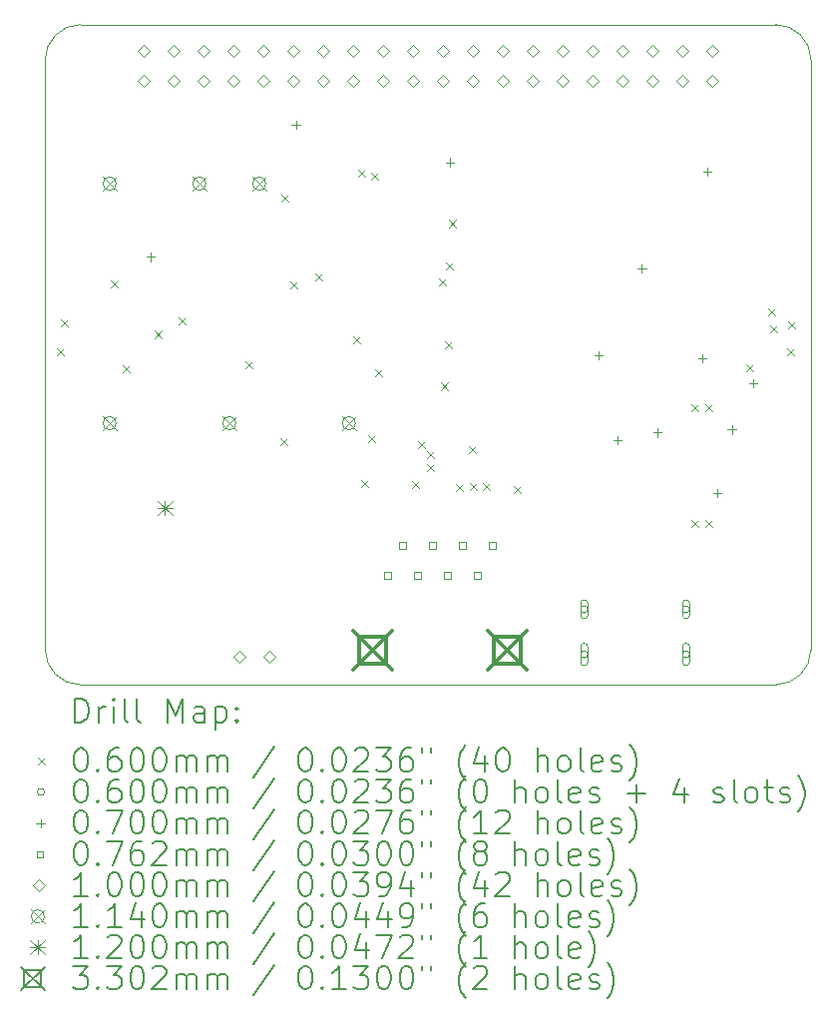
<source format=gbr>
%TF.GenerationSoftware,KiCad,Pcbnew,8.0.0*%
%TF.CreationDate,2024-07-06T17:56:52-07:00*%
%TF.ProjectId,rpi_hat_v1,7270695f-6861-4745-9f76-312e6b696361,rev?*%
%TF.SameCoordinates,Original*%
%TF.FileFunction,Drillmap*%
%TF.FilePolarity,Positive*%
%FSLAX45Y45*%
G04 Gerber Fmt 4.5, Leading zero omitted, Abs format (unit mm)*
G04 Created by KiCad (PCBNEW 8.0.0) date 2024-07-06 17:56:52*
%MOMM*%
%LPD*%
G01*
G04 APERTURE LIST*
%ADD10C,0.100000*%
%ADD11C,0.200000*%
%ADD12C,0.114000*%
%ADD13C,0.120000*%
%ADD14C,0.330200*%
G04 APERTURE END LIST*
D10*
X16200000Y-4400000D02*
G75*
G02*
X16500000Y-4700000I0J-300000D01*
G01*
X16500000Y-9700000D02*
X16500000Y-4700000D01*
X10300000Y-10000000D02*
G75*
G02*
X10000000Y-9700000I0J300000D01*
G01*
X10300000Y-10000000D02*
X16200000Y-10000000D01*
X16500000Y-9700000D02*
G75*
G02*
X16200000Y-10000000I-300000J0D01*
G01*
X10000000Y-4700000D02*
G75*
G02*
X10300000Y-4400000I300000J0D01*
G01*
X10000000Y-4700000D02*
X10000000Y-9700000D01*
X16200000Y-4400000D02*
X10300000Y-4400000D01*
D11*
D10*
X10097500Y-7142500D02*
X10157500Y-7202500D01*
X10157500Y-7142500D02*
X10097500Y-7202500D01*
X10135000Y-6900000D02*
X10195000Y-6960000D01*
X10195000Y-6900000D02*
X10135000Y-6960000D01*
X10557500Y-6567500D02*
X10617500Y-6627500D01*
X10617500Y-6567500D02*
X10557500Y-6627500D01*
X10657500Y-7287500D02*
X10717500Y-7347500D01*
X10717500Y-7287500D02*
X10657500Y-7347500D01*
X10927500Y-6997500D02*
X10987500Y-7057500D01*
X10987500Y-6997500D02*
X10927500Y-7057500D01*
X11132500Y-6880000D02*
X11192500Y-6940000D01*
X11192500Y-6880000D02*
X11132500Y-6940000D01*
X11700000Y-7255000D02*
X11760000Y-7315000D01*
X11760000Y-7255000D02*
X11700000Y-7315000D01*
X11992500Y-7905000D02*
X12052500Y-7965000D01*
X12052500Y-7905000D02*
X11992500Y-7965000D01*
X12002500Y-5845000D02*
X12062500Y-5905000D01*
X12062500Y-5845000D02*
X12002500Y-5905000D01*
X12077500Y-6575000D02*
X12137500Y-6635000D01*
X12137500Y-6575000D02*
X12077500Y-6635000D01*
X12290000Y-6512500D02*
X12350000Y-6572500D01*
X12350000Y-6512500D02*
X12290000Y-6572500D01*
X12612500Y-7047500D02*
X12672500Y-7107500D01*
X12672500Y-7047500D02*
X12612500Y-7107500D01*
X12652500Y-5630000D02*
X12712500Y-5690000D01*
X12712500Y-5630000D02*
X12652500Y-5690000D01*
X12685000Y-8260000D02*
X12745000Y-8320000D01*
X12745000Y-8260000D02*
X12685000Y-8320000D01*
X12737500Y-7885000D02*
X12797500Y-7945000D01*
X12797500Y-7885000D02*
X12737500Y-7945000D01*
X12765000Y-5652500D02*
X12825000Y-5712500D01*
X12825000Y-5652500D02*
X12765000Y-5712500D01*
X12800000Y-7325000D02*
X12860000Y-7385000D01*
X12860000Y-7325000D02*
X12800000Y-7385000D01*
X13110000Y-8275000D02*
X13170000Y-8335000D01*
X13170000Y-8275000D02*
X13110000Y-8335000D01*
X13167500Y-7932500D02*
X13227500Y-7992500D01*
X13227500Y-7932500D02*
X13167500Y-7992500D01*
X13239982Y-8015812D02*
X13299982Y-8075812D01*
X13299982Y-8015812D02*
X13239982Y-8075812D01*
X13239982Y-8130812D02*
X13299982Y-8190812D01*
X13299982Y-8130812D02*
X13239982Y-8190812D01*
X13342500Y-6552500D02*
X13402500Y-6612500D01*
X13402500Y-6552500D02*
X13342500Y-6612500D01*
X13360000Y-7437500D02*
X13420000Y-7497500D01*
X13420000Y-7437500D02*
X13360000Y-7497500D01*
X13392500Y-7085000D02*
X13452500Y-7145000D01*
X13452500Y-7085000D02*
X13392500Y-7145000D01*
X13400000Y-6417500D02*
X13460000Y-6477500D01*
X13460000Y-6417500D02*
X13400000Y-6477500D01*
X13425000Y-6057500D02*
X13485000Y-6117500D01*
X13485000Y-6057500D02*
X13425000Y-6117500D01*
X13486443Y-8296443D02*
X13546443Y-8356443D01*
X13546443Y-8296443D02*
X13486443Y-8356443D01*
X13595000Y-7975000D02*
X13655000Y-8035000D01*
X13655000Y-7975000D02*
X13595000Y-8035000D01*
X13602500Y-8287500D02*
X13662500Y-8347500D01*
X13662500Y-8287500D02*
X13602500Y-8347500D01*
X13717500Y-8287500D02*
X13777500Y-8347500D01*
X13777500Y-8287500D02*
X13717500Y-8347500D01*
X13980000Y-8310000D02*
X14040000Y-8370000D01*
X14040000Y-8310000D02*
X13980000Y-8370000D01*
X15486175Y-7622500D02*
X15546175Y-7682500D01*
X15546175Y-7622500D02*
X15486175Y-7682500D01*
X15486175Y-8599011D02*
X15546175Y-8659011D01*
X15546175Y-8599011D02*
X15486175Y-8659011D01*
X15601175Y-7622500D02*
X15661175Y-7682500D01*
X15661175Y-7622500D02*
X15601175Y-7682500D01*
X15601175Y-8599011D02*
X15661175Y-8659011D01*
X15661175Y-8599011D02*
X15601175Y-8659011D01*
X15950000Y-7277500D02*
X16010000Y-7337500D01*
X16010000Y-7277500D02*
X15950000Y-7337500D01*
X16135717Y-6809283D02*
X16195717Y-6869283D01*
X16195717Y-6809283D02*
X16135717Y-6869283D01*
X16150000Y-6952500D02*
X16210000Y-7012500D01*
X16210000Y-6952500D02*
X16150000Y-7012500D01*
X16300000Y-7142500D02*
X16360000Y-7202500D01*
X16360000Y-7142500D02*
X16300000Y-7202500D01*
X16302500Y-6915000D02*
X16362500Y-6975000D01*
X16362500Y-6915000D02*
X16302500Y-6975000D01*
X14605500Y-9360000D02*
G75*
G02*
X14545500Y-9360000I-30000J0D01*
G01*
X14545500Y-9360000D02*
G75*
G02*
X14605500Y-9360000I30000J0D01*
G01*
X14545500Y-9310000D02*
X14545500Y-9410000D01*
X14605500Y-9410000D02*
G75*
G02*
X14545500Y-9410000I-30000J0D01*
G01*
X14605500Y-9410000D02*
X14605500Y-9310000D01*
X14605500Y-9310000D02*
G75*
G03*
X14545500Y-9310000I-30000J0D01*
G01*
X14605500Y-9742500D02*
G75*
G02*
X14545500Y-9742500I-30000J0D01*
G01*
X14545500Y-9742500D02*
G75*
G02*
X14605500Y-9742500I30000J0D01*
G01*
X14545500Y-9677500D02*
X14545500Y-9807500D01*
X14605500Y-9807500D02*
G75*
G02*
X14545500Y-9807500I-30000J0D01*
G01*
X14605500Y-9807500D02*
X14605500Y-9677500D01*
X14605500Y-9677500D02*
G75*
G03*
X14545500Y-9677500I-30000J0D01*
G01*
X15469500Y-9360000D02*
G75*
G02*
X15409500Y-9360000I-30000J0D01*
G01*
X15409500Y-9360000D02*
G75*
G02*
X15469500Y-9360000I30000J0D01*
G01*
X15409500Y-9310000D02*
X15409500Y-9410000D01*
X15469500Y-9410000D02*
G75*
G02*
X15409500Y-9410000I-30000J0D01*
G01*
X15469500Y-9410000D02*
X15469500Y-9310000D01*
X15469500Y-9310000D02*
G75*
G03*
X15409500Y-9310000I-30000J0D01*
G01*
X15469500Y-9742500D02*
G75*
G02*
X15409500Y-9742500I-30000J0D01*
G01*
X15409500Y-9742500D02*
G75*
G02*
X15469500Y-9742500I30000J0D01*
G01*
X15409500Y-9677500D02*
X15409500Y-9807500D01*
X15469500Y-9807500D02*
G75*
G02*
X15409500Y-9807500I-30000J0D01*
G01*
X15469500Y-9807500D02*
X15469500Y-9677500D01*
X15469500Y-9677500D02*
G75*
G03*
X15409500Y-9677500I-30000J0D01*
G01*
X10897500Y-6335000D02*
X10897500Y-6405000D01*
X10862500Y-6370000D02*
X10932500Y-6370000D01*
X12127500Y-5212500D02*
X12127500Y-5282500D01*
X12092500Y-5247500D02*
X12162500Y-5247500D01*
X13435000Y-5532500D02*
X13435000Y-5602500D01*
X13400000Y-5567500D02*
X13470000Y-5567500D01*
X14697500Y-7170000D02*
X14697500Y-7240000D01*
X14662500Y-7205000D02*
X14732500Y-7205000D01*
X14857500Y-7890000D02*
X14857500Y-7960000D01*
X14822500Y-7925000D02*
X14892500Y-7925000D01*
X15065000Y-6435000D02*
X15065000Y-6505000D01*
X15030000Y-6470000D02*
X15100000Y-6470000D01*
X15197500Y-7825000D02*
X15197500Y-7895000D01*
X15162500Y-7860000D02*
X15232500Y-7860000D01*
X15577500Y-7197500D02*
X15577500Y-7267500D01*
X15542500Y-7232500D02*
X15612500Y-7232500D01*
X15620000Y-5612500D02*
X15620000Y-5682500D01*
X15585000Y-5647500D02*
X15655000Y-5647500D01*
X15702500Y-8337500D02*
X15702500Y-8407500D01*
X15667500Y-8372500D02*
X15737500Y-8372500D01*
X15827500Y-7800000D02*
X15827500Y-7870000D01*
X15792500Y-7835000D02*
X15862500Y-7835000D01*
X16010000Y-7407500D02*
X16010000Y-7477500D01*
X15975000Y-7442500D02*
X16045000Y-7442500D01*
X12932441Y-9099041D02*
X12932441Y-9045159D01*
X12878559Y-9045159D01*
X12878559Y-9099041D01*
X12932441Y-9099041D01*
X13059441Y-8845041D02*
X13059441Y-8791159D01*
X13005559Y-8791159D01*
X13005559Y-8845041D01*
X13059441Y-8845041D01*
X13186441Y-9099041D02*
X13186441Y-9045159D01*
X13132559Y-9045159D01*
X13132559Y-9099041D01*
X13186441Y-9099041D01*
X13313441Y-8845041D02*
X13313441Y-8791159D01*
X13259559Y-8791159D01*
X13259559Y-8845041D01*
X13313441Y-8845041D01*
X13440441Y-9099041D02*
X13440441Y-9045159D01*
X13386559Y-9045159D01*
X13386559Y-9099041D01*
X13440441Y-9099041D01*
X13567441Y-8845041D02*
X13567441Y-8791159D01*
X13513559Y-8791159D01*
X13513559Y-8845041D01*
X13567441Y-8845041D01*
X13694441Y-9099041D02*
X13694441Y-9045159D01*
X13640559Y-9045159D01*
X13640559Y-9099041D01*
X13694441Y-9099041D01*
X13821441Y-8845041D02*
X13821441Y-8791159D01*
X13767559Y-8791159D01*
X13767559Y-8845041D01*
X13821441Y-8845041D01*
X10837000Y-4673000D02*
X10887000Y-4623000D01*
X10837000Y-4573000D01*
X10787000Y-4623000D01*
X10837000Y-4673000D01*
X10837000Y-4927000D02*
X10887000Y-4877000D01*
X10837000Y-4827000D01*
X10787000Y-4877000D01*
X10837000Y-4927000D01*
X11091000Y-4673000D02*
X11141000Y-4623000D01*
X11091000Y-4573000D01*
X11041000Y-4623000D01*
X11091000Y-4673000D01*
X11091000Y-4927000D02*
X11141000Y-4877000D01*
X11091000Y-4827000D01*
X11041000Y-4877000D01*
X11091000Y-4927000D01*
X11345000Y-4673000D02*
X11395000Y-4623000D01*
X11345000Y-4573000D01*
X11295000Y-4623000D01*
X11345000Y-4673000D01*
X11345000Y-4927000D02*
X11395000Y-4877000D01*
X11345000Y-4827000D01*
X11295000Y-4877000D01*
X11345000Y-4927000D01*
X11599000Y-4673000D02*
X11649000Y-4623000D01*
X11599000Y-4573000D01*
X11549000Y-4623000D01*
X11599000Y-4673000D01*
X11599000Y-4927000D02*
X11649000Y-4877000D01*
X11599000Y-4827000D01*
X11549000Y-4877000D01*
X11599000Y-4927000D01*
X11651000Y-9810000D02*
X11701000Y-9760000D01*
X11651000Y-9710000D01*
X11601000Y-9760000D01*
X11651000Y-9810000D01*
X11853000Y-4673000D02*
X11903000Y-4623000D01*
X11853000Y-4573000D01*
X11803000Y-4623000D01*
X11853000Y-4673000D01*
X11853000Y-4927000D02*
X11903000Y-4877000D01*
X11853000Y-4827000D01*
X11803000Y-4877000D01*
X11853000Y-4927000D01*
X11905000Y-9810000D02*
X11955000Y-9760000D01*
X11905000Y-9710000D01*
X11855000Y-9760000D01*
X11905000Y-9810000D01*
X12107000Y-4673000D02*
X12157000Y-4623000D01*
X12107000Y-4573000D01*
X12057000Y-4623000D01*
X12107000Y-4673000D01*
X12107000Y-4927000D02*
X12157000Y-4877000D01*
X12107000Y-4827000D01*
X12057000Y-4877000D01*
X12107000Y-4927000D01*
X12361000Y-4673000D02*
X12411000Y-4623000D01*
X12361000Y-4573000D01*
X12311000Y-4623000D01*
X12361000Y-4673000D01*
X12361000Y-4927000D02*
X12411000Y-4877000D01*
X12361000Y-4827000D01*
X12311000Y-4877000D01*
X12361000Y-4927000D01*
X12615000Y-4673000D02*
X12665000Y-4623000D01*
X12615000Y-4573000D01*
X12565000Y-4623000D01*
X12615000Y-4673000D01*
X12615000Y-4927000D02*
X12665000Y-4877000D01*
X12615000Y-4827000D01*
X12565000Y-4877000D01*
X12615000Y-4927000D01*
X12869000Y-4673000D02*
X12919000Y-4623000D01*
X12869000Y-4573000D01*
X12819000Y-4623000D01*
X12869000Y-4673000D01*
X12869000Y-4927000D02*
X12919000Y-4877000D01*
X12869000Y-4827000D01*
X12819000Y-4877000D01*
X12869000Y-4927000D01*
X13123000Y-4673000D02*
X13173000Y-4623000D01*
X13123000Y-4573000D01*
X13073000Y-4623000D01*
X13123000Y-4673000D01*
X13123000Y-4927000D02*
X13173000Y-4877000D01*
X13123000Y-4827000D01*
X13073000Y-4877000D01*
X13123000Y-4927000D01*
X13377000Y-4673000D02*
X13427000Y-4623000D01*
X13377000Y-4573000D01*
X13327000Y-4623000D01*
X13377000Y-4673000D01*
X13377000Y-4927000D02*
X13427000Y-4877000D01*
X13377000Y-4827000D01*
X13327000Y-4877000D01*
X13377000Y-4927000D01*
X13631000Y-4673000D02*
X13681000Y-4623000D01*
X13631000Y-4573000D01*
X13581000Y-4623000D01*
X13631000Y-4673000D01*
X13631000Y-4927000D02*
X13681000Y-4877000D01*
X13631000Y-4827000D01*
X13581000Y-4877000D01*
X13631000Y-4927000D01*
X13885000Y-4673000D02*
X13935000Y-4623000D01*
X13885000Y-4573000D01*
X13835000Y-4623000D01*
X13885000Y-4673000D01*
X13885000Y-4927000D02*
X13935000Y-4877000D01*
X13885000Y-4827000D01*
X13835000Y-4877000D01*
X13885000Y-4927000D01*
X14139000Y-4673000D02*
X14189000Y-4623000D01*
X14139000Y-4573000D01*
X14089000Y-4623000D01*
X14139000Y-4673000D01*
X14139000Y-4927000D02*
X14189000Y-4877000D01*
X14139000Y-4827000D01*
X14089000Y-4877000D01*
X14139000Y-4927000D01*
X14393000Y-4673000D02*
X14443000Y-4623000D01*
X14393000Y-4573000D01*
X14343000Y-4623000D01*
X14393000Y-4673000D01*
X14393000Y-4927000D02*
X14443000Y-4877000D01*
X14393000Y-4827000D01*
X14343000Y-4877000D01*
X14393000Y-4927000D01*
X14647000Y-4673000D02*
X14697000Y-4623000D01*
X14647000Y-4573000D01*
X14597000Y-4623000D01*
X14647000Y-4673000D01*
X14647000Y-4927000D02*
X14697000Y-4877000D01*
X14647000Y-4827000D01*
X14597000Y-4877000D01*
X14647000Y-4927000D01*
X14901000Y-4673000D02*
X14951000Y-4623000D01*
X14901000Y-4573000D01*
X14851000Y-4623000D01*
X14901000Y-4673000D01*
X14901000Y-4927000D02*
X14951000Y-4877000D01*
X14901000Y-4827000D01*
X14851000Y-4877000D01*
X14901000Y-4927000D01*
X15155000Y-4673000D02*
X15205000Y-4623000D01*
X15155000Y-4573000D01*
X15105000Y-4623000D01*
X15155000Y-4673000D01*
X15155000Y-4927000D02*
X15205000Y-4877000D01*
X15155000Y-4827000D01*
X15105000Y-4877000D01*
X15155000Y-4927000D01*
X15409000Y-4673000D02*
X15459000Y-4623000D01*
X15409000Y-4573000D01*
X15359000Y-4623000D01*
X15409000Y-4673000D01*
X15409000Y-4927000D02*
X15459000Y-4877000D01*
X15409000Y-4827000D01*
X15359000Y-4877000D01*
X15409000Y-4927000D01*
X15663000Y-4673000D02*
X15713000Y-4623000D01*
X15663000Y-4573000D01*
X15613000Y-4623000D01*
X15663000Y-4673000D01*
X15663000Y-4927000D02*
X15713000Y-4877000D01*
X15663000Y-4827000D01*
X15613000Y-4877000D01*
X15663000Y-4927000D01*
D12*
X10489500Y-5692000D02*
X10603500Y-5806000D01*
X10603500Y-5692000D02*
X10489500Y-5806000D01*
X10603500Y-5749000D02*
G75*
G02*
X10489500Y-5749000I-57000J0D01*
G01*
X10489500Y-5749000D02*
G75*
G02*
X10603500Y-5749000I57000J0D01*
G01*
X10489500Y-7724000D02*
X10603500Y-7838000D01*
X10603500Y-7724000D02*
X10489500Y-7838000D01*
X10603500Y-7781000D02*
G75*
G02*
X10489500Y-7781000I-57000J0D01*
G01*
X10489500Y-7781000D02*
G75*
G02*
X10603500Y-7781000I57000J0D01*
G01*
X11251500Y-5692000D02*
X11365500Y-5806000D01*
X11365500Y-5692000D02*
X11251500Y-5806000D01*
X11365500Y-5749000D02*
G75*
G02*
X11251500Y-5749000I-57000J0D01*
G01*
X11251500Y-5749000D02*
G75*
G02*
X11365500Y-5749000I57000J0D01*
G01*
X11505500Y-7724000D02*
X11619500Y-7838000D01*
X11619500Y-7724000D02*
X11505500Y-7838000D01*
X11619500Y-7781000D02*
G75*
G02*
X11505500Y-7781000I-57000J0D01*
G01*
X11505500Y-7781000D02*
G75*
G02*
X11619500Y-7781000I57000J0D01*
G01*
X11759500Y-5692000D02*
X11873500Y-5806000D01*
X11873500Y-5692000D02*
X11759500Y-5806000D01*
X11873500Y-5749000D02*
G75*
G02*
X11759500Y-5749000I-57000J0D01*
G01*
X11759500Y-5749000D02*
G75*
G02*
X11873500Y-5749000I57000J0D01*
G01*
X12521500Y-7724000D02*
X12635500Y-7838000D01*
X12635500Y-7724000D02*
X12521500Y-7838000D01*
X12635500Y-7781000D02*
G75*
G02*
X12521500Y-7781000I-57000J0D01*
G01*
X12521500Y-7781000D02*
G75*
G02*
X12635500Y-7781000I57000J0D01*
G01*
D13*
X10957500Y-8437500D02*
X11077500Y-8557500D01*
X11077500Y-8437500D02*
X10957500Y-8557500D01*
X11017500Y-8437500D02*
X11017500Y-8557500D01*
X10957500Y-8497500D02*
X11077500Y-8497500D01*
D14*
X12613400Y-9542000D02*
X12943600Y-9872200D01*
X12943600Y-9542000D02*
X12613400Y-9872200D01*
X12895244Y-9823844D02*
X12895244Y-9590356D01*
X12661756Y-9590356D01*
X12661756Y-9823844D01*
X12895244Y-9823844D01*
X13756400Y-9542000D02*
X14086600Y-9872200D01*
X14086600Y-9542000D02*
X13756400Y-9872200D01*
X14038244Y-9823844D02*
X14038244Y-9590356D01*
X13804756Y-9590356D01*
X13804756Y-9823844D01*
X14038244Y-9823844D01*
D11*
X10255777Y-10316484D02*
X10255777Y-10116484D01*
X10255777Y-10116484D02*
X10303396Y-10116484D01*
X10303396Y-10116484D02*
X10331967Y-10126008D01*
X10331967Y-10126008D02*
X10351015Y-10145055D01*
X10351015Y-10145055D02*
X10360539Y-10164103D01*
X10360539Y-10164103D02*
X10370063Y-10202198D01*
X10370063Y-10202198D02*
X10370063Y-10230770D01*
X10370063Y-10230770D02*
X10360539Y-10268865D01*
X10360539Y-10268865D02*
X10351015Y-10287912D01*
X10351015Y-10287912D02*
X10331967Y-10306960D01*
X10331967Y-10306960D02*
X10303396Y-10316484D01*
X10303396Y-10316484D02*
X10255777Y-10316484D01*
X10455777Y-10316484D02*
X10455777Y-10183150D01*
X10455777Y-10221246D02*
X10465301Y-10202198D01*
X10465301Y-10202198D02*
X10474824Y-10192674D01*
X10474824Y-10192674D02*
X10493872Y-10183150D01*
X10493872Y-10183150D02*
X10512920Y-10183150D01*
X10579586Y-10316484D02*
X10579586Y-10183150D01*
X10579586Y-10116484D02*
X10570063Y-10126008D01*
X10570063Y-10126008D02*
X10579586Y-10135531D01*
X10579586Y-10135531D02*
X10589110Y-10126008D01*
X10589110Y-10126008D02*
X10579586Y-10116484D01*
X10579586Y-10116484D02*
X10579586Y-10135531D01*
X10703396Y-10316484D02*
X10684348Y-10306960D01*
X10684348Y-10306960D02*
X10674824Y-10287912D01*
X10674824Y-10287912D02*
X10674824Y-10116484D01*
X10808158Y-10316484D02*
X10789110Y-10306960D01*
X10789110Y-10306960D02*
X10779586Y-10287912D01*
X10779586Y-10287912D02*
X10779586Y-10116484D01*
X11036729Y-10316484D02*
X11036729Y-10116484D01*
X11036729Y-10116484D02*
X11103396Y-10259341D01*
X11103396Y-10259341D02*
X11170063Y-10116484D01*
X11170063Y-10116484D02*
X11170063Y-10316484D01*
X11351015Y-10316484D02*
X11351015Y-10211722D01*
X11351015Y-10211722D02*
X11341491Y-10192674D01*
X11341491Y-10192674D02*
X11322443Y-10183150D01*
X11322443Y-10183150D02*
X11284348Y-10183150D01*
X11284348Y-10183150D02*
X11265301Y-10192674D01*
X11351015Y-10306960D02*
X11331967Y-10316484D01*
X11331967Y-10316484D02*
X11284348Y-10316484D01*
X11284348Y-10316484D02*
X11265301Y-10306960D01*
X11265301Y-10306960D02*
X11255777Y-10287912D01*
X11255777Y-10287912D02*
X11255777Y-10268865D01*
X11255777Y-10268865D02*
X11265301Y-10249817D01*
X11265301Y-10249817D02*
X11284348Y-10240293D01*
X11284348Y-10240293D02*
X11331967Y-10240293D01*
X11331967Y-10240293D02*
X11351015Y-10230770D01*
X11446253Y-10183150D02*
X11446253Y-10383150D01*
X11446253Y-10192674D02*
X11465301Y-10183150D01*
X11465301Y-10183150D02*
X11503396Y-10183150D01*
X11503396Y-10183150D02*
X11522443Y-10192674D01*
X11522443Y-10192674D02*
X11531967Y-10202198D01*
X11531967Y-10202198D02*
X11541491Y-10221246D01*
X11541491Y-10221246D02*
X11541491Y-10278389D01*
X11541491Y-10278389D02*
X11531967Y-10297436D01*
X11531967Y-10297436D02*
X11522443Y-10306960D01*
X11522443Y-10306960D02*
X11503396Y-10316484D01*
X11503396Y-10316484D02*
X11465301Y-10316484D01*
X11465301Y-10316484D02*
X11446253Y-10306960D01*
X11627205Y-10297436D02*
X11636729Y-10306960D01*
X11636729Y-10306960D02*
X11627205Y-10316484D01*
X11627205Y-10316484D02*
X11617682Y-10306960D01*
X11617682Y-10306960D02*
X11627205Y-10297436D01*
X11627205Y-10297436D02*
X11627205Y-10316484D01*
X11627205Y-10192674D02*
X11636729Y-10202198D01*
X11636729Y-10202198D02*
X11627205Y-10211722D01*
X11627205Y-10211722D02*
X11617682Y-10202198D01*
X11617682Y-10202198D02*
X11627205Y-10192674D01*
X11627205Y-10192674D02*
X11627205Y-10211722D01*
D10*
X9935000Y-10615000D02*
X9995000Y-10675000D01*
X9995000Y-10615000D02*
X9935000Y-10675000D01*
D11*
X10293872Y-10536484D02*
X10312920Y-10536484D01*
X10312920Y-10536484D02*
X10331967Y-10546008D01*
X10331967Y-10546008D02*
X10341491Y-10555531D01*
X10341491Y-10555531D02*
X10351015Y-10574579D01*
X10351015Y-10574579D02*
X10360539Y-10612674D01*
X10360539Y-10612674D02*
X10360539Y-10660293D01*
X10360539Y-10660293D02*
X10351015Y-10698389D01*
X10351015Y-10698389D02*
X10341491Y-10717436D01*
X10341491Y-10717436D02*
X10331967Y-10726960D01*
X10331967Y-10726960D02*
X10312920Y-10736484D01*
X10312920Y-10736484D02*
X10293872Y-10736484D01*
X10293872Y-10736484D02*
X10274824Y-10726960D01*
X10274824Y-10726960D02*
X10265301Y-10717436D01*
X10265301Y-10717436D02*
X10255777Y-10698389D01*
X10255777Y-10698389D02*
X10246253Y-10660293D01*
X10246253Y-10660293D02*
X10246253Y-10612674D01*
X10246253Y-10612674D02*
X10255777Y-10574579D01*
X10255777Y-10574579D02*
X10265301Y-10555531D01*
X10265301Y-10555531D02*
X10274824Y-10546008D01*
X10274824Y-10546008D02*
X10293872Y-10536484D01*
X10446253Y-10717436D02*
X10455777Y-10726960D01*
X10455777Y-10726960D02*
X10446253Y-10736484D01*
X10446253Y-10736484D02*
X10436729Y-10726960D01*
X10436729Y-10726960D02*
X10446253Y-10717436D01*
X10446253Y-10717436D02*
X10446253Y-10736484D01*
X10627205Y-10536484D02*
X10589110Y-10536484D01*
X10589110Y-10536484D02*
X10570063Y-10546008D01*
X10570063Y-10546008D02*
X10560539Y-10555531D01*
X10560539Y-10555531D02*
X10541491Y-10584103D01*
X10541491Y-10584103D02*
X10531967Y-10622198D01*
X10531967Y-10622198D02*
X10531967Y-10698389D01*
X10531967Y-10698389D02*
X10541491Y-10717436D01*
X10541491Y-10717436D02*
X10551015Y-10726960D01*
X10551015Y-10726960D02*
X10570063Y-10736484D01*
X10570063Y-10736484D02*
X10608158Y-10736484D01*
X10608158Y-10736484D02*
X10627205Y-10726960D01*
X10627205Y-10726960D02*
X10636729Y-10717436D01*
X10636729Y-10717436D02*
X10646253Y-10698389D01*
X10646253Y-10698389D02*
X10646253Y-10650770D01*
X10646253Y-10650770D02*
X10636729Y-10631722D01*
X10636729Y-10631722D02*
X10627205Y-10622198D01*
X10627205Y-10622198D02*
X10608158Y-10612674D01*
X10608158Y-10612674D02*
X10570063Y-10612674D01*
X10570063Y-10612674D02*
X10551015Y-10622198D01*
X10551015Y-10622198D02*
X10541491Y-10631722D01*
X10541491Y-10631722D02*
X10531967Y-10650770D01*
X10770063Y-10536484D02*
X10789110Y-10536484D01*
X10789110Y-10536484D02*
X10808158Y-10546008D01*
X10808158Y-10546008D02*
X10817682Y-10555531D01*
X10817682Y-10555531D02*
X10827205Y-10574579D01*
X10827205Y-10574579D02*
X10836729Y-10612674D01*
X10836729Y-10612674D02*
X10836729Y-10660293D01*
X10836729Y-10660293D02*
X10827205Y-10698389D01*
X10827205Y-10698389D02*
X10817682Y-10717436D01*
X10817682Y-10717436D02*
X10808158Y-10726960D01*
X10808158Y-10726960D02*
X10789110Y-10736484D01*
X10789110Y-10736484D02*
X10770063Y-10736484D01*
X10770063Y-10736484D02*
X10751015Y-10726960D01*
X10751015Y-10726960D02*
X10741491Y-10717436D01*
X10741491Y-10717436D02*
X10731967Y-10698389D01*
X10731967Y-10698389D02*
X10722444Y-10660293D01*
X10722444Y-10660293D02*
X10722444Y-10612674D01*
X10722444Y-10612674D02*
X10731967Y-10574579D01*
X10731967Y-10574579D02*
X10741491Y-10555531D01*
X10741491Y-10555531D02*
X10751015Y-10546008D01*
X10751015Y-10546008D02*
X10770063Y-10536484D01*
X10960539Y-10536484D02*
X10979586Y-10536484D01*
X10979586Y-10536484D02*
X10998634Y-10546008D01*
X10998634Y-10546008D02*
X11008158Y-10555531D01*
X11008158Y-10555531D02*
X11017682Y-10574579D01*
X11017682Y-10574579D02*
X11027205Y-10612674D01*
X11027205Y-10612674D02*
X11027205Y-10660293D01*
X11027205Y-10660293D02*
X11017682Y-10698389D01*
X11017682Y-10698389D02*
X11008158Y-10717436D01*
X11008158Y-10717436D02*
X10998634Y-10726960D01*
X10998634Y-10726960D02*
X10979586Y-10736484D01*
X10979586Y-10736484D02*
X10960539Y-10736484D01*
X10960539Y-10736484D02*
X10941491Y-10726960D01*
X10941491Y-10726960D02*
X10931967Y-10717436D01*
X10931967Y-10717436D02*
X10922444Y-10698389D01*
X10922444Y-10698389D02*
X10912920Y-10660293D01*
X10912920Y-10660293D02*
X10912920Y-10612674D01*
X10912920Y-10612674D02*
X10922444Y-10574579D01*
X10922444Y-10574579D02*
X10931967Y-10555531D01*
X10931967Y-10555531D02*
X10941491Y-10546008D01*
X10941491Y-10546008D02*
X10960539Y-10536484D01*
X11112920Y-10736484D02*
X11112920Y-10603150D01*
X11112920Y-10622198D02*
X11122444Y-10612674D01*
X11122444Y-10612674D02*
X11141491Y-10603150D01*
X11141491Y-10603150D02*
X11170063Y-10603150D01*
X11170063Y-10603150D02*
X11189110Y-10612674D01*
X11189110Y-10612674D02*
X11198634Y-10631722D01*
X11198634Y-10631722D02*
X11198634Y-10736484D01*
X11198634Y-10631722D02*
X11208158Y-10612674D01*
X11208158Y-10612674D02*
X11227205Y-10603150D01*
X11227205Y-10603150D02*
X11255777Y-10603150D01*
X11255777Y-10603150D02*
X11274824Y-10612674D01*
X11274824Y-10612674D02*
X11284348Y-10631722D01*
X11284348Y-10631722D02*
X11284348Y-10736484D01*
X11379586Y-10736484D02*
X11379586Y-10603150D01*
X11379586Y-10622198D02*
X11389110Y-10612674D01*
X11389110Y-10612674D02*
X11408158Y-10603150D01*
X11408158Y-10603150D02*
X11436729Y-10603150D01*
X11436729Y-10603150D02*
X11455777Y-10612674D01*
X11455777Y-10612674D02*
X11465301Y-10631722D01*
X11465301Y-10631722D02*
X11465301Y-10736484D01*
X11465301Y-10631722D02*
X11474824Y-10612674D01*
X11474824Y-10612674D02*
X11493872Y-10603150D01*
X11493872Y-10603150D02*
X11522443Y-10603150D01*
X11522443Y-10603150D02*
X11541491Y-10612674D01*
X11541491Y-10612674D02*
X11551015Y-10631722D01*
X11551015Y-10631722D02*
X11551015Y-10736484D01*
X11941491Y-10526960D02*
X11770063Y-10784103D01*
X12198634Y-10536484D02*
X12217682Y-10536484D01*
X12217682Y-10536484D02*
X12236729Y-10546008D01*
X12236729Y-10546008D02*
X12246253Y-10555531D01*
X12246253Y-10555531D02*
X12255777Y-10574579D01*
X12255777Y-10574579D02*
X12265301Y-10612674D01*
X12265301Y-10612674D02*
X12265301Y-10660293D01*
X12265301Y-10660293D02*
X12255777Y-10698389D01*
X12255777Y-10698389D02*
X12246253Y-10717436D01*
X12246253Y-10717436D02*
X12236729Y-10726960D01*
X12236729Y-10726960D02*
X12217682Y-10736484D01*
X12217682Y-10736484D02*
X12198634Y-10736484D01*
X12198634Y-10736484D02*
X12179586Y-10726960D01*
X12179586Y-10726960D02*
X12170063Y-10717436D01*
X12170063Y-10717436D02*
X12160539Y-10698389D01*
X12160539Y-10698389D02*
X12151015Y-10660293D01*
X12151015Y-10660293D02*
X12151015Y-10612674D01*
X12151015Y-10612674D02*
X12160539Y-10574579D01*
X12160539Y-10574579D02*
X12170063Y-10555531D01*
X12170063Y-10555531D02*
X12179586Y-10546008D01*
X12179586Y-10546008D02*
X12198634Y-10536484D01*
X12351015Y-10717436D02*
X12360539Y-10726960D01*
X12360539Y-10726960D02*
X12351015Y-10736484D01*
X12351015Y-10736484D02*
X12341491Y-10726960D01*
X12341491Y-10726960D02*
X12351015Y-10717436D01*
X12351015Y-10717436D02*
X12351015Y-10736484D01*
X12484348Y-10536484D02*
X12503396Y-10536484D01*
X12503396Y-10536484D02*
X12522444Y-10546008D01*
X12522444Y-10546008D02*
X12531967Y-10555531D01*
X12531967Y-10555531D02*
X12541491Y-10574579D01*
X12541491Y-10574579D02*
X12551015Y-10612674D01*
X12551015Y-10612674D02*
X12551015Y-10660293D01*
X12551015Y-10660293D02*
X12541491Y-10698389D01*
X12541491Y-10698389D02*
X12531967Y-10717436D01*
X12531967Y-10717436D02*
X12522444Y-10726960D01*
X12522444Y-10726960D02*
X12503396Y-10736484D01*
X12503396Y-10736484D02*
X12484348Y-10736484D01*
X12484348Y-10736484D02*
X12465301Y-10726960D01*
X12465301Y-10726960D02*
X12455777Y-10717436D01*
X12455777Y-10717436D02*
X12446253Y-10698389D01*
X12446253Y-10698389D02*
X12436729Y-10660293D01*
X12436729Y-10660293D02*
X12436729Y-10612674D01*
X12436729Y-10612674D02*
X12446253Y-10574579D01*
X12446253Y-10574579D02*
X12455777Y-10555531D01*
X12455777Y-10555531D02*
X12465301Y-10546008D01*
X12465301Y-10546008D02*
X12484348Y-10536484D01*
X12627206Y-10555531D02*
X12636729Y-10546008D01*
X12636729Y-10546008D02*
X12655777Y-10536484D01*
X12655777Y-10536484D02*
X12703396Y-10536484D01*
X12703396Y-10536484D02*
X12722444Y-10546008D01*
X12722444Y-10546008D02*
X12731967Y-10555531D01*
X12731967Y-10555531D02*
X12741491Y-10574579D01*
X12741491Y-10574579D02*
X12741491Y-10593627D01*
X12741491Y-10593627D02*
X12731967Y-10622198D01*
X12731967Y-10622198D02*
X12617682Y-10736484D01*
X12617682Y-10736484D02*
X12741491Y-10736484D01*
X12808158Y-10536484D02*
X12931967Y-10536484D01*
X12931967Y-10536484D02*
X12865301Y-10612674D01*
X12865301Y-10612674D02*
X12893872Y-10612674D01*
X12893872Y-10612674D02*
X12912920Y-10622198D01*
X12912920Y-10622198D02*
X12922444Y-10631722D01*
X12922444Y-10631722D02*
X12931967Y-10650770D01*
X12931967Y-10650770D02*
X12931967Y-10698389D01*
X12931967Y-10698389D02*
X12922444Y-10717436D01*
X12922444Y-10717436D02*
X12912920Y-10726960D01*
X12912920Y-10726960D02*
X12893872Y-10736484D01*
X12893872Y-10736484D02*
X12836729Y-10736484D01*
X12836729Y-10736484D02*
X12817682Y-10726960D01*
X12817682Y-10726960D02*
X12808158Y-10717436D01*
X13103396Y-10536484D02*
X13065301Y-10536484D01*
X13065301Y-10536484D02*
X13046253Y-10546008D01*
X13046253Y-10546008D02*
X13036729Y-10555531D01*
X13036729Y-10555531D02*
X13017682Y-10584103D01*
X13017682Y-10584103D02*
X13008158Y-10622198D01*
X13008158Y-10622198D02*
X13008158Y-10698389D01*
X13008158Y-10698389D02*
X13017682Y-10717436D01*
X13017682Y-10717436D02*
X13027206Y-10726960D01*
X13027206Y-10726960D02*
X13046253Y-10736484D01*
X13046253Y-10736484D02*
X13084348Y-10736484D01*
X13084348Y-10736484D02*
X13103396Y-10726960D01*
X13103396Y-10726960D02*
X13112920Y-10717436D01*
X13112920Y-10717436D02*
X13122444Y-10698389D01*
X13122444Y-10698389D02*
X13122444Y-10650770D01*
X13122444Y-10650770D02*
X13112920Y-10631722D01*
X13112920Y-10631722D02*
X13103396Y-10622198D01*
X13103396Y-10622198D02*
X13084348Y-10612674D01*
X13084348Y-10612674D02*
X13046253Y-10612674D01*
X13046253Y-10612674D02*
X13027206Y-10622198D01*
X13027206Y-10622198D02*
X13017682Y-10631722D01*
X13017682Y-10631722D02*
X13008158Y-10650770D01*
X13198634Y-10536484D02*
X13198634Y-10574579D01*
X13274825Y-10536484D02*
X13274825Y-10574579D01*
X13570063Y-10812674D02*
X13560539Y-10803150D01*
X13560539Y-10803150D02*
X13541491Y-10774579D01*
X13541491Y-10774579D02*
X13531968Y-10755531D01*
X13531968Y-10755531D02*
X13522444Y-10726960D01*
X13522444Y-10726960D02*
X13512920Y-10679341D01*
X13512920Y-10679341D02*
X13512920Y-10641246D01*
X13512920Y-10641246D02*
X13522444Y-10593627D01*
X13522444Y-10593627D02*
X13531968Y-10565055D01*
X13531968Y-10565055D02*
X13541491Y-10546008D01*
X13541491Y-10546008D02*
X13560539Y-10517436D01*
X13560539Y-10517436D02*
X13570063Y-10507912D01*
X13731968Y-10603150D02*
X13731968Y-10736484D01*
X13684348Y-10526960D02*
X13636729Y-10669817D01*
X13636729Y-10669817D02*
X13760539Y-10669817D01*
X13874825Y-10536484D02*
X13893872Y-10536484D01*
X13893872Y-10536484D02*
X13912920Y-10546008D01*
X13912920Y-10546008D02*
X13922444Y-10555531D01*
X13922444Y-10555531D02*
X13931968Y-10574579D01*
X13931968Y-10574579D02*
X13941491Y-10612674D01*
X13941491Y-10612674D02*
X13941491Y-10660293D01*
X13941491Y-10660293D02*
X13931968Y-10698389D01*
X13931968Y-10698389D02*
X13922444Y-10717436D01*
X13922444Y-10717436D02*
X13912920Y-10726960D01*
X13912920Y-10726960D02*
X13893872Y-10736484D01*
X13893872Y-10736484D02*
X13874825Y-10736484D01*
X13874825Y-10736484D02*
X13855777Y-10726960D01*
X13855777Y-10726960D02*
X13846253Y-10717436D01*
X13846253Y-10717436D02*
X13836729Y-10698389D01*
X13836729Y-10698389D02*
X13827206Y-10660293D01*
X13827206Y-10660293D02*
X13827206Y-10612674D01*
X13827206Y-10612674D02*
X13836729Y-10574579D01*
X13836729Y-10574579D02*
X13846253Y-10555531D01*
X13846253Y-10555531D02*
X13855777Y-10546008D01*
X13855777Y-10546008D02*
X13874825Y-10536484D01*
X14179587Y-10736484D02*
X14179587Y-10536484D01*
X14265301Y-10736484D02*
X14265301Y-10631722D01*
X14265301Y-10631722D02*
X14255777Y-10612674D01*
X14255777Y-10612674D02*
X14236730Y-10603150D01*
X14236730Y-10603150D02*
X14208158Y-10603150D01*
X14208158Y-10603150D02*
X14189110Y-10612674D01*
X14189110Y-10612674D02*
X14179587Y-10622198D01*
X14389110Y-10736484D02*
X14370063Y-10726960D01*
X14370063Y-10726960D02*
X14360539Y-10717436D01*
X14360539Y-10717436D02*
X14351015Y-10698389D01*
X14351015Y-10698389D02*
X14351015Y-10641246D01*
X14351015Y-10641246D02*
X14360539Y-10622198D01*
X14360539Y-10622198D02*
X14370063Y-10612674D01*
X14370063Y-10612674D02*
X14389110Y-10603150D01*
X14389110Y-10603150D02*
X14417682Y-10603150D01*
X14417682Y-10603150D02*
X14436730Y-10612674D01*
X14436730Y-10612674D02*
X14446253Y-10622198D01*
X14446253Y-10622198D02*
X14455777Y-10641246D01*
X14455777Y-10641246D02*
X14455777Y-10698389D01*
X14455777Y-10698389D02*
X14446253Y-10717436D01*
X14446253Y-10717436D02*
X14436730Y-10726960D01*
X14436730Y-10726960D02*
X14417682Y-10736484D01*
X14417682Y-10736484D02*
X14389110Y-10736484D01*
X14570063Y-10736484D02*
X14551015Y-10726960D01*
X14551015Y-10726960D02*
X14541491Y-10707912D01*
X14541491Y-10707912D02*
X14541491Y-10536484D01*
X14722444Y-10726960D02*
X14703396Y-10736484D01*
X14703396Y-10736484D02*
X14665301Y-10736484D01*
X14665301Y-10736484D02*
X14646253Y-10726960D01*
X14646253Y-10726960D02*
X14636730Y-10707912D01*
X14636730Y-10707912D02*
X14636730Y-10631722D01*
X14636730Y-10631722D02*
X14646253Y-10612674D01*
X14646253Y-10612674D02*
X14665301Y-10603150D01*
X14665301Y-10603150D02*
X14703396Y-10603150D01*
X14703396Y-10603150D02*
X14722444Y-10612674D01*
X14722444Y-10612674D02*
X14731968Y-10631722D01*
X14731968Y-10631722D02*
X14731968Y-10650770D01*
X14731968Y-10650770D02*
X14636730Y-10669817D01*
X14808158Y-10726960D02*
X14827206Y-10736484D01*
X14827206Y-10736484D02*
X14865301Y-10736484D01*
X14865301Y-10736484D02*
X14884349Y-10726960D01*
X14884349Y-10726960D02*
X14893872Y-10707912D01*
X14893872Y-10707912D02*
X14893872Y-10698389D01*
X14893872Y-10698389D02*
X14884349Y-10679341D01*
X14884349Y-10679341D02*
X14865301Y-10669817D01*
X14865301Y-10669817D02*
X14836730Y-10669817D01*
X14836730Y-10669817D02*
X14817682Y-10660293D01*
X14817682Y-10660293D02*
X14808158Y-10641246D01*
X14808158Y-10641246D02*
X14808158Y-10631722D01*
X14808158Y-10631722D02*
X14817682Y-10612674D01*
X14817682Y-10612674D02*
X14836730Y-10603150D01*
X14836730Y-10603150D02*
X14865301Y-10603150D01*
X14865301Y-10603150D02*
X14884349Y-10612674D01*
X14960539Y-10812674D02*
X14970063Y-10803150D01*
X14970063Y-10803150D02*
X14989111Y-10774579D01*
X14989111Y-10774579D02*
X14998634Y-10755531D01*
X14998634Y-10755531D02*
X15008158Y-10726960D01*
X15008158Y-10726960D02*
X15017682Y-10679341D01*
X15017682Y-10679341D02*
X15017682Y-10641246D01*
X15017682Y-10641246D02*
X15008158Y-10593627D01*
X15008158Y-10593627D02*
X14998634Y-10565055D01*
X14998634Y-10565055D02*
X14989111Y-10546008D01*
X14989111Y-10546008D02*
X14970063Y-10517436D01*
X14970063Y-10517436D02*
X14960539Y-10507912D01*
D10*
X9995000Y-10909000D02*
G75*
G02*
X9935000Y-10909000I-30000J0D01*
G01*
X9935000Y-10909000D02*
G75*
G02*
X9995000Y-10909000I30000J0D01*
G01*
D11*
X10293872Y-10800484D02*
X10312920Y-10800484D01*
X10312920Y-10800484D02*
X10331967Y-10810008D01*
X10331967Y-10810008D02*
X10341491Y-10819531D01*
X10341491Y-10819531D02*
X10351015Y-10838579D01*
X10351015Y-10838579D02*
X10360539Y-10876674D01*
X10360539Y-10876674D02*
X10360539Y-10924293D01*
X10360539Y-10924293D02*
X10351015Y-10962389D01*
X10351015Y-10962389D02*
X10341491Y-10981436D01*
X10341491Y-10981436D02*
X10331967Y-10990960D01*
X10331967Y-10990960D02*
X10312920Y-11000484D01*
X10312920Y-11000484D02*
X10293872Y-11000484D01*
X10293872Y-11000484D02*
X10274824Y-10990960D01*
X10274824Y-10990960D02*
X10265301Y-10981436D01*
X10265301Y-10981436D02*
X10255777Y-10962389D01*
X10255777Y-10962389D02*
X10246253Y-10924293D01*
X10246253Y-10924293D02*
X10246253Y-10876674D01*
X10246253Y-10876674D02*
X10255777Y-10838579D01*
X10255777Y-10838579D02*
X10265301Y-10819531D01*
X10265301Y-10819531D02*
X10274824Y-10810008D01*
X10274824Y-10810008D02*
X10293872Y-10800484D01*
X10446253Y-10981436D02*
X10455777Y-10990960D01*
X10455777Y-10990960D02*
X10446253Y-11000484D01*
X10446253Y-11000484D02*
X10436729Y-10990960D01*
X10436729Y-10990960D02*
X10446253Y-10981436D01*
X10446253Y-10981436D02*
X10446253Y-11000484D01*
X10627205Y-10800484D02*
X10589110Y-10800484D01*
X10589110Y-10800484D02*
X10570063Y-10810008D01*
X10570063Y-10810008D02*
X10560539Y-10819531D01*
X10560539Y-10819531D02*
X10541491Y-10848103D01*
X10541491Y-10848103D02*
X10531967Y-10886198D01*
X10531967Y-10886198D02*
X10531967Y-10962389D01*
X10531967Y-10962389D02*
X10541491Y-10981436D01*
X10541491Y-10981436D02*
X10551015Y-10990960D01*
X10551015Y-10990960D02*
X10570063Y-11000484D01*
X10570063Y-11000484D02*
X10608158Y-11000484D01*
X10608158Y-11000484D02*
X10627205Y-10990960D01*
X10627205Y-10990960D02*
X10636729Y-10981436D01*
X10636729Y-10981436D02*
X10646253Y-10962389D01*
X10646253Y-10962389D02*
X10646253Y-10914770D01*
X10646253Y-10914770D02*
X10636729Y-10895722D01*
X10636729Y-10895722D02*
X10627205Y-10886198D01*
X10627205Y-10886198D02*
X10608158Y-10876674D01*
X10608158Y-10876674D02*
X10570063Y-10876674D01*
X10570063Y-10876674D02*
X10551015Y-10886198D01*
X10551015Y-10886198D02*
X10541491Y-10895722D01*
X10541491Y-10895722D02*
X10531967Y-10914770D01*
X10770063Y-10800484D02*
X10789110Y-10800484D01*
X10789110Y-10800484D02*
X10808158Y-10810008D01*
X10808158Y-10810008D02*
X10817682Y-10819531D01*
X10817682Y-10819531D02*
X10827205Y-10838579D01*
X10827205Y-10838579D02*
X10836729Y-10876674D01*
X10836729Y-10876674D02*
X10836729Y-10924293D01*
X10836729Y-10924293D02*
X10827205Y-10962389D01*
X10827205Y-10962389D02*
X10817682Y-10981436D01*
X10817682Y-10981436D02*
X10808158Y-10990960D01*
X10808158Y-10990960D02*
X10789110Y-11000484D01*
X10789110Y-11000484D02*
X10770063Y-11000484D01*
X10770063Y-11000484D02*
X10751015Y-10990960D01*
X10751015Y-10990960D02*
X10741491Y-10981436D01*
X10741491Y-10981436D02*
X10731967Y-10962389D01*
X10731967Y-10962389D02*
X10722444Y-10924293D01*
X10722444Y-10924293D02*
X10722444Y-10876674D01*
X10722444Y-10876674D02*
X10731967Y-10838579D01*
X10731967Y-10838579D02*
X10741491Y-10819531D01*
X10741491Y-10819531D02*
X10751015Y-10810008D01*
X10751015Y-10810008D02*
X10770063Y-10800484D01*
X10960539Y-10800484D02*
X10979586Y-10800484D01*
X10979586Y-10800484D02*
X10998634Y-10810008D01*
X10998634Y-10810008D02*
X11008158Y-10819531D01*
X11008158Y-10819531D02*
X11017682Y-10838579D01*
X11017682Y-10838579D02*
X11027205Y-10876674D01*
X11027205Y-10876674D02*
X11027205Y-10924293D01*
X11027205Y-10924293D02*
X11017682Y-10962389D01*
X11017682Y-10962389D02*
X11008158Y-10981436D01*
X11008158Y-10981436D02*
X10998634Y-10990960D01*
X10998634Y-10990960D02*
X10979586Y-11000484D01*
X10979586Y-11000484D02*
X10960539Y-11000484D01*
X10960539Y-11000484D02*
X10941491Y-10990960D01*
X10941491Y-10990960D02*
X10931967Y-10981436D01*
X10931967Y-10981436D02*
X10922444Y-10962389D01*
X10922444Y-10962389D02*
X10912920Y-10924293D01*
X10912920Y-10924293D02*
X10912920Y-10876674D01*
X10912920Y-10876674D02*
X10922444Y-10838579D01*
X10922444Y-10838579D02*
X10931967Y-10819531D01*
X10931967Y-10819531D02*
X10941491Y-10810008D01*
X10941491Y-10810008D02*
X10960539Y-10800484D01*
X11112920Y-11000484D02*
X11112920Y-10867150D01*
X11112920Y-10886198D02*
X11122444Y-10876674D01*
X11122444Y-10876674D02*
X11141491Y-10867150D01*
X11141491Y-10867150D02*
X11170063Y-10867150D01*
X11170063Y-10867150D02*
X11189110Y-10876674D01*
X11189110Y-10876674D02*
X11198634Y-10895722D01*
X11198634Y-10895722D02*
X11198634Y-11000484D01*
X11198634Y-10895722D02*
X11208158Y-10876674D01*
X11208158Y-10876674D02*
X11227205Y-10867150D01*
X11227205Y-10867150D02*
X11255777Y-10867150D01*
X11255777Y-10867150D02*
X11274824Y-10876674D01*
X11274824Y-10876674D02*
X11284348Y-10895722D01*
X11284348Y-10895722D02*
X11284348Y-11000484D01*
X11379586Y-11000484D02*
X11379586Y-10867150D01*
X11379586Y-10886198D02*
X11389110Y-10876674D01*
X11389110Y-10876674D02*
X11408158Y-10867150D01*
X11408158Y-10867150D02*
X11436729Y-10867150D01*
X11436729Y-10867150D02*
X11455777Y-10876674D01*
X11455777Y-10876674D02*
X11465301Y-10895722D01*
X11465301Y-10895722D02*
X11465301Y-11000484D01*
X11465301Y-10895722D02*
X11474824Y-10876674D01*
X11474824Y-10876674D02*
X11493872Y-10867150D01*
X11493872Y-10867150D02*
X11522443Y-10867150D01*
X11522443Y-10867150D02*
X11541491Y-10876674D01*
X11541491Y-10876674D02*
X11551015Y-10895722D01*
X11551015Y-10895722D02*
X11551015Y-11000484D01*
X11941491Y-10790960D02*
X11770063Y-11048103D01*
X12198634Y-10800484D02*
X12217682Y-10800484D01*
X12217682Y-10800484D02*
X12236729Y-10810008D01*
X12236729Y-10810008D02*
X12246253Y-10819531D01*
X12246253Y-10819531D02*
X12255777Y-10838579D01*
X12255777Y-10838579D02*
X12265301Y-10876674D01*
X12265301Y-10876674D02*
X12265301Y-10924293D01*
X12265301Y-10924293D02*
X12255777Y-10962389D01*
X12255777Y-10962389D02*
X12246253Y-10981436D01*
X12246253Y-10981436D02*
X12236729Y-10990960D01*
X12236729Y-10990960D02*
X12217682Y-11000484D01*
X12217682Y-11000484D02*
X12198634Y-11000484D01*
X12198634Y-11000484D02*
X12179586Y-10990960D01*
X12179586Y-10990960D02*
X12170063Y-10981436D01*
X12170063Y-10981436D02*
X12160539Y-10962389D01*
X12160539Y-10962389D02*
X12151015Y-10924293D01*
X12151015Y-10924293D02*
X12151015Y-10876674D01*
X12151015Y-10876674D02*
X12160539Y-10838579D01*
X12160539Y-10838579D02*
X12170063Y-10819531D01*
X12170063Y-10819531D02*
X12179586Y-10810008D01*
X12179586Y-10810008D02*
X12198634Y-10800484D01*
X12351015Y-10981436D02*
X12360539Y-10990960D01*
X12360539Y-10990960D02*
X12351015Y-11000484D01*
X12351015Y-11000484D02*
X12341491Y-10990960D01*
X12341491Y-10990960D02*
X12351015Y-10981436D01*
X12351015Y-10981436D02*
X12351015Y-11000484D01*
X12484348Y-10800484D02*
X12503396Y-10800484D01*
X12503396Y-10800484D02*
X12522444Y-10810008D01*
X12522444Y-10810008D02*
X12531967Y-10819531D01*
X12531967Y-10819531D02*
X12541491Y-10838579D01*
X12541491Y-10838579D02*
X12551015Y-10876674D01*
X12551015Y-10876674D02*
X12551015Y-10924293D01*
X12551015Y-10924293D02*
X12541491Y-10962389D01*
X12541491Y-10962389D02*
X12531967Y-10981436D01*
X12531967Y-10981436D02*
X12522444Y-10990960D01*
X12522444Y-10990960D02*
X12503396Y-11000484D01*
X12503396Y-11000484D02*
X12484348Y-11000484D01*
X12484348Y-11000484D02*
X12465301Y-10990960D01*
X12465301Y-10990960D02*
X12455777Y-10981436D01*
X12455777Y-10981436D02*
X12446253Y-10962389D01*
X12446253Y-10962389D02*
X12436729Y-10924293D01*
X12436729Y-10924293D02*
X12436729Y-10876674D01*
X12436729Y-10876674D02*
X12446253Y-10838579D01*
X12446253Y-10838579D02*
X12455777Y-10819531D01*
X12455777Y-10819531D02*
X12465301Y-10810008D01*
X12465301Y-10810008D02*
X12484348Y-10800484D01*
X12627206Y-10819531D02*
X12636729Y-10810008D01*
X12636729Y-10810008D02*
X12655777Y-10800484D01*
X12655777Y-10800484D02*
X12703396Y-10800484D01*
X12703396Y-10800484D02*
X12722444Y-10810008D01*
X12722444Y-10810008D02*
X12731967Y-10819531D01*
X12731967Y-10819531D02*
X12741491Y-10838579D01*
X12741491Y-10838579D02*
X12741491Y-10857627D01*
X12741491Y-10857627D02*
X12731967Y-10886198D01*
X12731967Y-10886198D02*
X12617682Y-11000484D01*
X12617682Y-11000484D02*
X12741491Y-11000484D01*
X12808158Y-10800484D02*
X12931967Y-10800484D01*
X12931967Y-10800484D02*
X12865301Y-10876674D01*
X12865301Y-10876674D02*
X12893872Y-10876674D01*
X12893872Y-10876674D02*
X12912920Y-10886198D01*
X12912920Y-10886198D02*
X12922444Y-10895722D01*
X12922444Y-10895722D02*
X12931967Y-10914770D01*
X12931967Y-10914770D02*
X12931967Y-10962389D01*
X12931967Y-10962389D02*
X12922444Y-10981436D01*
X12922444Y-10981436D02*
X12912920Y-10990960D01*
X12912920Y-10990960D02*
X12893872Y-11000484D01*
X12893872Y-11000484D02*
X12836729Y-11000484D01*
X12836729Y-11000484D02*
X12817682Y-10990960D01*
X12817682Y-10990960D02*
X12808158Y-10981436D01*
X13103396Y-10800484D02*
X13065301Y-10800484D01*
X13065301Y-10800484D02*
X13046253Y-10810008D01*
X13046253Y-10810008D02*
X13036729Y-10819531D01*
X13036729Y-10819531D02*
X13017682Y-10848103D01*
X13017682Y-10848103D02*
X13008158Y-10886198D01*
X13008158Y-10886198D02*
X13008158Y-10962389D01*
X13008158Y-10962389D02*
X13017682Y-10981436D01*
X13017682Y-10981436D02*
X13027206Y-10990960D01*
X13027206Y-10990960D02*
X13046253Y-11000484D01*
X13046253Y-11000484D02*
X13084348Y-11000484D01*
X13084348Y-11000484D02*
X13103396Y-10990960D01*
X13103396Y-10990960D02*
X13112920Y-10981436D01*
X13112920Y-10981436D02*
X13122444Y-10962389D01*
X13122444Y-10962389D02*
X13122444Y-10914770D01*
X13122444Y-10914770D02*
X13112920Y-10895722D01*
X13112920Y-10895722D02*
X13103396Y-10886198D01*
X13103396Y-10886198D02*
X13084348Y-10876674D01*
X13084348Y-10876674D02*
X13046253Y-10876674D01*
X13046253Y-10876674D02*
X13027206Y-10886198D01*
X13027206Y-10886198D02*
X13017682Y-10895722D01*
X13017682Y-10895722D02*
X13008158Y-10914770D01*
X13198634Y-10800484D02*
X13198634Y-10838579D01*
X13274825Y-10800484D02*
X13274825Y-10838579D01*
X13570063Y-11076674D02*
X13560539Y-11067150D01*
X13560539Y-11067150D02*
X13541491Y-11038579D01*
X13541491Y-11038579D02*
X13531968Y-11019531D01*
X13531968Y-11019531D02*
X13522444Y-10990960D01*
X13522444Y-10990960D02*
X13512920Y-10943341D01*
X13512920Y-10943341D02*
X13512920Y-10905246D01*
X13512920Y-10905246D02*
X13522444Y-10857627D01*
X13522444Y-10857627D02*
X13531968Y-10829055D01*
X13531968Y-10829055D02*
X13541491Y-10810008D01*
X13541491Y-10810008D02*
X13560539Y-10781436D01*
X13560539Y-10781436D02*
X13570063Y-10771912D01*
X13684348Y-10800484D02*
X13703396Y-10800484D01*
X13703396Y-10800484D02*
X13722444Y-10810008D01*
X13722444Y-10810008D02*
X13731968Y-10819531D01*
X13731968Y-10819531D02*
X13741491Y-10838579D01*
X13741491Y-10838579D02*
X13751015Y-10876674D01*
X13751015Y-10876674D02*
X13751015Y-10924293D01*
X13751015Y-10924293D02*
X13741491Y-10962389D01*
X13741491Y-10962389D02*
X13731968Y-10981436D01*
X13731968Y-10981436D02*
X13722444Y-10990960D01*
X13722444Y-10990960D02*
X13703396Y-11000484D01*
X13703396Y-11000484D02*
X13684348Y-11000484D01*
X13684348Y-11000484D02*
X13665301Y-10990960D01*
X13665301Y-10990960D02*
X13655777Y-10981436D01*
X13655777Y-10981436D02*
X13646253Y-10962389D01*
X13646253Y-10962389D02*
X13636729Y-10924293D01*
X13636729Y-10924293D02*
X13636729Y-10876674D01*
X13636729Y-10876674D02*
X13646253Y-10838579D01*
X13646253Y-10838579D02*
X13655777Y-10819531D01*
X13655777Y-10819531D02*
X13665301Y-10810008D01*
X13665301Y-10810008D02*
X13684348Y-10800484D01*
X13989110Y-11000484D02*
X13989110Y-10800484D01*
X14074825Y-11000484D02*
X14074825Y-10895722D01*
X14074825Y-10895722D02*
X14065301Y-10876674D01*
X14065301Y-10876674D02*
X14046253Y-10867150D01*
X14046253Y-10867150D02*
X14017682Y-10867150D01*
X14017682Y-10867150D02*
X13998634Y-10876674D01*
X13998634Y-10876674D02*
X13989110Y-10886198D01*
X14198634Y-11000484D02*
X14179587Y-10990960D01*
X14179587Y-10990960D02*
X14170063Y-10981436D01*
X14170063Y-10981436D02*
X14160539Y-10962389D01*
X14160539Y-10962389D02*
X14160539Y-10905246D01*
X14160539Y-10905246D02*
X14170063Y-10886198D01*
X14170063Y-10886198D02*
X14179587Y-10876674D01*
X14179587Y-10876674D02*
X14198634Y-10867150D01*
X14198634Y-10867150D02*
X14227206Y-10867150D01*
X14227206Y-10867150D02*
X14246253Y-10876674D01*
X14246253Y-10876674D02*
X14255777Y-10886198D01*
X14255777Y-10886198D02*
X14265301Y-10905246D01*
X14265301Y-10905246D02*
X14265301Y-10962389D01*
X14265301Y-10962389D02*
X14255777Y-10981436D01*
X14255777Y-10981436D02*
X14246253Y-10990960D01*
X14246253Y-10990960D02*
X14227206Y-11000484D01*
X14227206Y-11000484D02*
X14198634Y-11000484D01*
X14379587Y-11000484D02*
X14360539Y-10990960D01*
X14360539Y-10990960D02*
X14351015Y-10971912D01*
X14351015Y-10971912D02*
X14351015Y-10800484D01*
X14531968Y-10990960D02*
X14512920Y-11000484D01*
X14512920Y-11000484D02*
X14474825Y-11000484D01*
X14474825Y-11000484D02*
X14455777Y-10990960D01*
X14455777Y-10990960D02*
X14446253Y-10971912D01*
X14446253Y-10971912D02*
X14446253Y-10895722D01*
X14446253Y-10895722D02*
X14455777Y-10876674D01*
X14455777Y-10876674D02*
X14474825Y-10867150D01*
X14474825Y-10867150D02*
X14512920Y-10867150D01*
X14512920Y-10867150D02*
X14531968Y-10876674D01*
X14531968Y-10876674D02*
X14541491Y-10895722D01*
X14541491Y-10895722D02*
X14541491Y-10914770D01*
X14541491Y-10914770D02*
X14446253Y-10933817D01*
X14617682Y-10990960D02*
X14636730Y-11000484D01*
X14636730Y-11000484D02*
X14674825Y-11000484D01*
X14674825Y-11000484D02*
X14693872Y-10990960D01*
X14693872Y-10990960D02*
X14703396Y-10971912D01*
X14703396Y-10971912D02*
X14703396Y-10962389D01*
X14703396Y-10962389D02*
X14693872Y-10943341D01*
X14693872Y-10943341D02*
X14674825Y-10933817D01*
X14674825Y-10933817D02*
X14646253Y-10933817D01*
X14646253Y-10933817D02*
X14627206Y-10924293D01*
X14627206Y-10924293D02*
X14617682Y-10905246D01*
X14617682Y-10905246D02*
X14617682Y-10895722D01*
X14617682Y-10895722D02*
X14627206Y-10876674D01*
X14627206Y-10876674D02*
X14646253Y-10867150D01*
X14646253Y-10867150D02*
X14674825Y-10867150D01*
X14674825Y-10867150D02*
X14693872Y-10876674D01*
X14941492Y-10924293D02*
X15093873Y-10924293D01*
X15017682Y-11000484D02*
X15017682Y-10848103D01*
X15427206Y-10867150D02*
X15427206Y-11000484D01*
X15379587Y-10790960D02*
X15331968Y-10933817D01*
X15331968Y-10933817D02*
X15455777Y-10933817D01*
X15674825Y-10990960D02*
X15693873Y-11000484D01*
X15693873Y-11000484D02*
X15731968Y-11000484D01*
X15731968Y-11000484D02*
X15751015Y-10990960D01*
X15751015Y-10990960D02*
X15760539Y-10971912D01*
X15760539Y-10971912D02*
X15760539Y-10962389D01*
X15760539Y-10962389D02*
X15751015Y-10943341D01*
X15751015Y-10943341D02*
X15731968Y-10933817D01*
X15731968Y-10933817D02*
X15703396Y-10933817D01*
X15703396Y-10933817D02*
X15684349Y-10924293D01*
X15684349Y-10924293D02*
X15674825Y-10905246D01*
X15674825Y-10905246D02*
X15674825Y-10895722D01*
X15674825Y-10895722D02*
X15684349Y-10876674D01*
X15684349Y-10876674D02*
X15703396Y-10867150D01*
X15703396Y-10867150D02*
X15731968Y-10867150D01*
X15731968Y-10867150D02*
X15751015Y-10876674D01*
X15874825Y-11000484D02*
X15855777Y-10990960D01*
X15855777Y-10990960D02*
X15846254Y-10971912D01*
X15846254Y-10971912D02*
X15846254Y-10800484D01*
X15979587Y-11000484D02*
X15960539Y-10990960D01*
X15960539Y-10990960D02*
X15951015Y-10981436D01*
X15951015Y-10981436D02*
X15941492Y-10962389D01*
X15941492Y-10962389D02*
X15941492Y-10905246D01*
X15941492Y-10905246D02*
X15951015Y-10886198D01*
X15951015Y-10886198D02*
X15960539Y-10876674D01*
X15960539Y-10876674D02*
X15979587Y-10867150D01*
X15979587Y-10867150D02*
X16008158Y-10867150D01*
X16008158Y-10867150D02*
X16027206Y-10876674D01*
X16027206Y-10876674D02*
X16036730Y-10886198D01*
X16036730Y-10886198D02*
X16046254Y-10905246D01*
X16046254Y-10905246D02*
X16046254Y-10962389D01*
X16046254Y-10962389D02*
X16036730Y-10981436D01*
X16036730Y-10981436D02*
X16027206Y-10990960D01*
X16027206Y-10990960D02*
X16008158Y-11000484D01*
X16008158Y-11000484D02*
X15979587Y-11000484D01*
X16103396Y-10867150D02*
X16179587Y-10867150D01*
X16131968Y-10800484D02*
X16131968Y-10971912D01*
X16131968Y-10971912D02*
X16141492Y-10990960D01*
X16141492Y-10990960D02*
X16160539Y-11000484D01*
X16160539Y-11000484D02*
X16179587Y-11000484D01*
X16236730Y-10990960D02*
X16255777Y-11000484D01*
X16255777Y-11000484D02*
X16293873Y-11000484D01*
X16293873Y-11000484D02*
X16312920Y-10990960D01*
X16312920Y-10990960D02*
X16322444Y-10971912D01*
X16322444Y-10971912D02*
X16322444Y-10962389D01*
X16322444Y-10962389D02*
X16312920Y-10943341D01*
X16312920Y-10943341D02*
X16293873Y-10933817D01*
X16293873Y-10933817D02*
X16265301Y-10933817D01*
X16265301Y-10933817D02*
X16246254Y-10924293D01*
X16246254Y-10924293D02*
X16236730Y-10905246D01*
X16236730Y-10905246D02*
X16236730Y-10895722D01*
X16236730Y-10895722D02*
X16246254Y-10876674D01*
X16246254Y-10876674D02*
X16265301Y-10867150D01*
X16265301Y-10867150D02*
X16293873Y-10867150D01*
X16293873Y-10867150D02*
X16312920Y-10876674D01*
X16389111Y-11076674D02*
X16398635Y-11067150D01*
X16398635Y-11067150D02*
X16417682Y-11038579D01*
X16417682Y-11038579D02*
X16427206Y-11019531D01*
X16427206Y-11019531D02*
X16436730Y-10990960D01*
X16436730Y-10990960D02*
X16446254Y-10943341D01*
X16446254Y-10943341D02*
X16446254Y-10905246D01*
X16446254Y-10905246D02*
X16436730Y-10857627D01*
X16436730Y-10857627D02*
X16427206Y-10829055D01*
X16427206Y-10829055D02*
X16417682Y-10810008D01*
X16417682Y-10810008D02*
X16398635Y-10781436D01*
X16398635Y-10781436D02*
X16389111Y-10771912D01*
D10*
X9960000Y-11138000D02*
X9960000Y-11208000D01*
X9925000Y-11173000D02*
X9995000Y-11173000D01*
D11*
X10293872Y-11064484D02*
X10312920Y-11064484D01*
X10312920Y-11064484D02*
X10331967Y-11074008D01*
X10331967Y-11074008D02*
X10341491Y-11083531D01*
X10341491Y-11083531D02*
X10351015Y-11102579D01*
X10351015Y-11102579D02*
X10360539Y-11140674D01*
X10360539Y-11140674D02*
X10360539Y-11188293D01*
X10360539Y-11188293D02*
X10351015Y-11226388D01*
X10351015Y-11226388D02*
X10341491Y-11245436D01*
X10341491Y-11245436D02*
X10331967Y-11254960D01*
X10331967Y-11254960D02*
X10312920Y-11264484D01*
X10312920Y-11264484D02*
X10293872Y-11264484D01*
X10293872Y-11264484D02*
X10274824Y-11254960D01*
X10274824Y-11254960D02*
X10265301Y-11245436D01*
X10265301Y-11245436D02*
X10255777Y-11226388D01*
X10255777Y-11226388D02*
X10246253Y-11188293D01*
X10246253Y-11188293D02*
X10246253Y-11140674D01*
X10246253Y-11140674D02*
X10255777Y-11102579D01*
X10255777Y-11102579D02*
X10265301Y-11083531D01*
X10265301Y-11083531D02*
X10274824Y-11074008D01*
X10274824Y-11074008D02*
X10293872Y-11064484D01*
X10446253Y-11245436D02*
X10455777Y-11254960D01*
X10455777Y-11254960D02*
X10446253Y-11264484D01*
X10446253Y-11264484D02*
X10436729Y-11254960D01*
X10436729Y-11254960D02*
X10446253Y-11245436D01*
X10446253Y-11245436D02*
X10446253Y-11264484D01*
X10522444Y-11064484D02*
X10655777Y-11064484D01*
X10655777Y-11064484D02*
X10570063Y-11264484D01*
X10770063Y-11064484D02*
X10789110Y-11064484D01*
X10789110Y-11064484D02*
X10808158Y-11074008D01*
X10808158Y-11074008D02*
X10817682Y-11083531D01*
X10817682Y-11083531D02*
X10827205Y-11102579D01*
X10827205Y-11102579D02*
X10836729Y-11140674D01*
X10836729Y-11140674D02*
X10836729Y-11188293D01*
X10836729Y-11188293D02*
X10827205Y-11226388D01*
X10827205Y-11226388D02*
X10817682Y-11245436D01*
X10817682Y-11245436D02*
X10808158Y-11254960D01*
X10808158Y-11254960D02*
X10789110Y-11264484D01*
X10789110Y-11264484D02*
X10770063Y-11264484D01*
X10770063Y-11264484D02*
X10751015Y-11254960D01*
X10751015Y-11254960D02*
X10741491Y-11245436D01*
X10741491Y-11245436D02*
X10731967Y-11226388D01*
X10731967Y-11226388D02*
X10722444Y-11188293D01*
X10722444Y-11188293D02*
X10722444Y-11140674D01*
X10722444Y-11140674D02*
X10731967Y-11102579D01*
X10731967Y-11102579D02*
X10741491Y-11083531D01*
X10741491Y-11083531D02*
X10751015Y-11074008D01*
X10751015Y-11074008D02*
X10770063Y-11064484D01*
X10960539Y-11064484D02*
X10979586Y-11064484D01*
X10979586Y-11064484D02*
X10998634Y-11074008D01*
X10998634Y-11074008D02*
X11008158Y-11083531D01*
X11008158Y-11083531D02*
X11017682Y-11102579D01*
X11017682Y-11102579D02*
X11027205Y-11140674D01*
X11027205Y-11140674D02*
X11027205Y-11188293D01*
X11027205Y-11188293D02*
X11017682Y-11226388D01*
X11017682Y-11226388D02*
X11008158Y-11245436D01*
X11008158Y-11245436D02*
X10998634Y-11254960D01*
X10998634Y-11254960D02*
X10979586Y-11264484D01*
X10979586Y-11264484D02*
X10960539Y-11264484D01*
X10960539Y-11264484D02*
X10941491Y-11254960D01*
X10941491Y-11254960D02*
X10931967Y-11245436D01*
X10931967Y-11245436D02*
X10922444Y-11226388D01*
X10922444Y-11226388D02*
X10912920Y-11188293D01*
X10912920Y-11188293D02*
X10912920Y-11140674D01*
X10912920Y-11140674D02*
X10922444Y-11102579D01*
X10922444Y-11102579D02*
X10931967Y-11083531D01*
X10931967Y-11083531D02*
X10941491Y-11074008D01*
X10941491Y-11074008D02*
X10960539Y-11064484D01*
X11112920Y-11264484D02*
X11112920Y-11131150D01*
X11112920Y-11150198D02*
X11122444Y-11140674D01*
X11122444Y-11140674D02*
X11141491Y-11131150D01*
X11141491Y-11131150D02*
X11170063Y-11131150D01*
X11170063Y-11131150D02*
X11189110Y-11140674D01*
X11189110Y-11140674D02*
X11198634Y-11159722D01*
X11198634Y-11159722D02*
X11198634Y-11264484D01*
X11198634Y-11159722D02*
X11208158Y-11140674D01*
X11208158Y-11140674D02*
X11227205Y-11131150D01*
X11227205Y-11131150D02*
X11255777Y-11131150D01*
X11255777Y-11131150D02*
X11274824Y-11140674D01*
X11274824Y-11140674D02*
X11284348Y-11159722D01*
X11284348Y-11159722D02*
X11284348Y-11264484D01*
X11379586Y-11264484D02*
X11379586Y-11131150D01*
X11379586Y-11150198D02*
X11389110Y-11140674D01*
X11389110Y-11140674D02*
X11408158Y-11131150D01*
X11408158Y-11131150D02*
X11436729Y-11131150D01*
X11436729Y-11131150D02*
X11455777Y-11140674D01*
X11455777Y-11140674D02*
X11465301Y-11159722D01*
X11465301Y-11159722D02*
X11465301Y-11264484D01*
X11465301Y-11159722D02*
X11474824Y-11140674D01*
X11474824Y-11140674D02*
X11493872Y-11131150D01*
X11493872Y-11131150D02*
X11522443Y-11131150D01*
X11522443Y-11131150D02*
X11541491Y-11140674D01*
X11541491Y-11140674D02*
X11551015Y-11159722D01*
X11551015Y-11159722D02*
X11551015Y-11264484D01*
X11941491Y-11054960D02*
X11770063Y-11312103D01*
X12198634Y-11064484D02*
X12217682Y-11064484D01*
X12217682Y-11064484D02*
X12236729Y-11074008D01*
X12236729Y-11074008D02*
X12246253Y-11083531D01*
X12246253Y-11083531D02*
X12255777Y-11102579D01*
X12255777Y-11102579D02*
X12265301Y-11140674D01*
X12265301Y-11140674D02*
X12265301Y-11188293D01*
X12265301Y-11188293D02*
X12255777Y-11226388D01*
X12255777Y-11226388D02*
X12246253Y-11245436D01*
X12246253Y-11245436D02*
X12236729Y-11254960D01*
X12236729Y-11254960D02*
X12217682Y-11264484D01*
X12217682Y-11264484D02*
X12198634Y-11264484D01*
X12198634Y-11264484D02*
X12179586Y-11254960D01*
X12179586Y-11254960D02*
X12170063Y-11245436D01*
X12170063Y-11245436D02*
X12160539Y-11226388D01*
X12160539Y-11226388D02*
X12151015Y-11188293D01*
X12151015Y-11188293D02*
X12151015Y-11140674D01*
X12151015Y-11140674D02*
X12160539Y-11102579D01*
X12160539Y-11102579D02*
X12170063Y-11083531D01*
X12170063Y-11083531D02*
X12179586Y-11074008D01*
X12179586Y-11074008D02*
X12198634Y-11064484D01*
X12351015Y-11245436D02*
X12360539Y-11254960D01*
X12360539Y-11254960D02*
X12351015Y-11264484D01*
X12351015Y-11264484D02*
X12341491Y-11254960D01*
X12341491Y-11254960D02*
X12351015Y-11245436D01*
X12351015Y-11245436D02*
X12351015Y-11264484D01*
X12484348Y-11064484D02*
X12503396Y-11064484D01*
X12503396Y-11064484D02*
X12522444Y-11074008D01*
X12522444Y-11074008D02*
X12531967Y-11083531D01*
X12531967Y-11083531D02*
X12541491Y-11102579D01*
X12541491Y-11102579D02*
X12551015Y-11140674D01*
X12551015Y-11140674D02*
X12551015Y-11188293D01*
X12551015Y-11188293D02*
X12541491Y-11226388D01*
X12541491Y-11226388D02*
X12531967Y-11245436D01*
X12531967Y-11245436D02*
X12522444Y-11254960D01*
X12522444Y-11254960D02*
X12503396Y-11264484D01*
X12503396Y-11264484D02*
X12484348Y-11264484D01*
X12484348Y-11264484D02*
X12465301Y-11254960D01*
X12465301Y-11254960D02*
X12455777Y-11245436D01*
X12455777Y-11245436D02*
X12446253Y-11226388D01*
X12446253Y-11226388D02*
X12436729Y-11188293D01*
X12436729Y-11188293D02*
X12436729Y-11140674D01*
X12436729Y-11140674D02*
X12446253Y-11102579D01*
X12446253Y-11102579D02*
X12455777Y-11083531D01*
X12455777Y-11083531D02*
X12465301Y-11074008D01*
X12465301Y-11074008D02*
X12484348Y-11064484D01*
X12627206Y-11083531D02*
X12636729Y-11074008D01*
X12636729Y-11074008D02*
X12655777Y-11064484D01*
X12655777Y-11064484D02*
X12703396Y-11064484D01*
X12703396Y-11064484D02*
X12722444Y-11074008D01*
X12722444Y-11074008D02*
X12731967Y-11083531D01*
X12731967Y-11083531D02*
X12741491Y-11102579D01*
X12741491Y-11102579D02*
X12741491Y-11121627D01*
X12741491Y-11121627D02*
X12731967Y-11150198D01*
X12731967Y-11150198D02*
X12617682Y-11264484D01*
X12617682Y-11264484D02*
X12741491Y-11264484D01*
X12808158Y-11064484D02*
X12941491Y-11064484D01*
X12941491Y-11064484D02*
X12855777Y-11264484D01*
X13103396Y-11064484D02*
X13065301Y-11064484D01*
X13065301Y-11064484D02*
X13046253Y-11074008D01*
X13046253Y-11074008D02*
X13036729Y-11083531D01*
X13036729Y-11083531D02*
X13017682Y-11112103D01*
X13017682Y-11112103D02*
X13008158Y-11150198D01*
X13008158Y-11150198D02*
X13008158Y-11226388D01*
X13008158Y-11226388D02*
X13017682Y-11245436D01*
X13017682Y-11245436D02*
X13027206Y-11254960D01*
X13027206Y-11254960D02*
X13046253Y-11264484D01*
X13046253Y-11264484D02*
X13084348Y-11264484D01*
X13084348Y-11264484D02*
X13103396Y-11254960D01*
X13103396Y-11254960D02*
X13112920Y-11245436D01*
X13112920Y-11245436D02*
X13122444Y-11226388D01*
X13122444Y-11226388D02*
X13122444Y-11178770D01*
X13122444Y-11178770D02*
X13112920Y-11159722D01*
X13112920Y-11159722D02*
X13103396Y-11150198D01*
X13103396Y-11150198D02*
X13084348Y-11140674D01*
X13084348Y-11140674D02*
X13046253Y-11140674D01*
X13046253Y-11140674D02*
X13027206Y-11150198D01*
X13027206Y-11150198D02*
X13017682Y-11159722D01*
X13017682Y-11159722D02*
X13008158Y-11178770D01*
X13198634Y-11064484D02*
X13198634Y-11102579D01*
X13274825Y-11064484D02*
X13274825Y-11102579D01*
X13570063Y-11340674D02*
X13560539Y-11331150D01*
X13560539Y-11331150D02*
X13541491Y-11302579D01*
X13541491Y-11302579D02*
X13531968Y-11283531D01*
X13531968Y-11283531D02*
X13522444Y-11254960D01*
X13522444Y-11254960D02*
X13512920Y-11207341D01*
X13512920Y-11207341D02*
X13512920Y-11169246D01*
X13512920Y-11169246D02*
X13522444Y-11121627D01*
X13522444Y-11121627D02*
X13531968Y-11093055D01*
X13531968Y-11093055D02*
X13541491Y-11074008D01*
X13541491Y-11074008D02*
X13560539Y-11045436D01*
X13560539Y-11045436D02*
X13570063Y-11035912D01*
X13751015Y-11264484D02*
X13636729Y-11264484D01*
X13693872Y-11264484D02*
X13693872Y-11064484D01*
X13693872Y-11064484D02*
X13674825Y-11093055D01*
X13674825Y-11093055D02*
X13655777Y-11112103D01*
X13655777Y-11112103D02*
X13636729Y-11121627D01*
X13827206Y-11083531D02*
X13836729Y-11074008D01*
X13836729Y-11074008D02*
X13855777Y-11064484D01*
X13855777Y-11064484D02*
X13903396Y-11064484D01*
X13903396Y-11064484D02*
X13922444Y-11074008D01*
X13922444Y-11074008D02*
X13931968Y-11083531D01*
X13931968Y-11083531D02*
X13941491Y-11102579D01*
X13941491Y-11102579D02*
X13941491Y-11121627D01*
X13941491Y-11121627D02*
X13931968Y-11150198D01*
X13931968Y-11150198D02*
X13817682Y-11264484D01*
X13817682Y-11264484D02*
X13941491Y-11264484D01*
X14179587Y-11264484D02*
X14179587Y-11064484D01*
X14265301Y-11264484D02*
X14265301Y-11159722D01*
X14265301Y-11159722D02*
X14255777Y-11140674D01*
X14255777Y-11140674D02*
X14236730Y-11131150D01*
X14236730Y-11131150D02*
X14208158Y-11131150D01*
X14208158Y-11131150D02*
X14189110Y-11140674D01*
X14189110Y-11140674D02*
X14179587Y-11150198D01*
X14389110Y-11264484D02*
X14370063Y-11254960D01*
X14370063Y-11254960D02*
X14360539Y-11245436D01*
X14360539Y-11245436D02*
X14351015Y-11226388D01*
X14351015Y-11226388D02*
X14351015Y-11169246D01*
X14351015Y-11169246D02*
X14360539Y-11150198D01*
X14360539Y-11150198D02*
X14370063Y-11140674D01*
X14370063Y-11140674D02*
X14389110Y-11131150D01*
X14389110Y-11131150D02*
X14417682Y-11131150D01*
X14417682Y-11131150D02*
X14436730Y-11140674D01*
X14436730Y-11140674D02*
X14446253Y-11150198D01*
X14446253Y-11150198D02*
X14455777Y-11169246D01*
X14455777Y-11169246D02*
X14455777Y-11226388D01*
X14455777Y-11226388D02*
X14446253Y-11245436D01*
X14446253Y-11245436D02*
X14436730Y-11254960D01*
X14436730Y-11254960D02*
X14417682Y-11264484D01*
X14417682Y-11264484D02*
X14389110Y-11264484D01*
X14570063Y-11264484D02*
X14551015Y-11254960D01*
X14551015Y-11254960D02*
X14541491Y-11235912D01*
X14541491Y-11235912D02*
X14541491Y-11064484D01*
X14722444Y-11254960D02*
X14703396Y-11264484D01*
X14703396Y-11264484D02*
X14665301Y-11264484D01*
X14665301Y-11264484D02*
X14646253Y-11254960D01*
X14646253Y-11254960D02*
X14636730Y-11235912D01*
X14636730Y-11235912D02*
X14636730Y-11159722D01*
X14636730Y-11159722D02*
X14646253Y-11140674D01*
X14646253Y-11140674D02*
X14665301Y-11131150D01*
X14665301Y-11131150D02*
X14703396Y-11131150D01*
X14703396Y-11131150D02*
X14722444Y-11140674D01*
X14722444Y-11140674D02*
X14731968Y-11159722D01*
X14731968Y-11159722D02*
X14731968Y-11178770D01*
X14731968Y-11178770D02*
X14636730Y-11197817D01*
X14808158Y-11254960D02*
X14827206Y-11264484D01*
X14827206Y-11264484D02*
X14865301Y-11264484D01*
X14865301Y-11264484D02*
X14884349Y-11254960D01*
X14884349Y-11254960D02*
X14893872Y-11235912D01*
X14893872Y-11235912D02*
X14893872Y-11226388D01*
X14893872Y-11226388D02*
X14884349Y-11207341D01*
X14884349Y-11207341D02*
X14865301Y-11197817D01*
X14865301Y-11197817D02*
X14836730Y-11197817D01*
X14836730Y-11197817D02*
X14817682Y-11188293D01*
X14817682Y-11188293D02*
X14808158Y-11169246D01*
X14808158Y-11169246D02*
X14808158Y-11159722D01*
X14808158Y-11159722D02*
X14817682Y-11140674D01*
X14817682Y-11140674D02*
X14836730Y-11131150D01*
X14836730Y-11131150D02*
X14865301Y-11131150D01*
X14865301Y-11131150D02*
X14884349Y-11140674D01*
X14960539Y-11340674D02*
X14970063Y-11331150D01*
X14970063Y-11331150D02*
X14989111Y-11302579D01*
X14989111Y-11302579D02*
X14998634Y-11283531D01*
X14998634Y-11283531D02*
X15008158Y-11254960D01*
X15008158Y-11254960D02*
X15017682Y-11207341D01*
X15017682Y-11207341D02*
X15017682Y-11169246D01*
X15017682Y-11169246D02*
X15008158Y-11121627D01*
X15008158Y-11121627D02*
X14998634Y-11093055D01*
X14998634Y-11093055D02*
X14989111Y-11074008D01*
X14989111Y-11074008D02*
X14970063Y-11045436D01*
X14970063Y-11045436D02*
X14960539Y-11035912D01*
D10*
X9983841Y-11463941D02*
X9983841Y-11410059D01*
X9929959Y-11410059D01*
X9929959Y-11463941D01*
X9983841Y-11463941D01*
D11*
X10293872Y-11328484D02*
X10312920Y-11328484D01*
X10312920Y-11328484D02*
X10331967Y-11338008D01*
X10331967Y-11338008D02*
X10341491Y-11347531D01*
X10341491Y-11347531D02*
X10351015Y-11366579D01*
X10351015Y-11366579D02*
X10360539Y-11404674D01*
X10360539Y-11404674D02*
X10360539Y-11452293D01*
X10360539Y-11452293D02*
X10351015Y-11490388D01*
X10351015Y-11490388D02*
X10341491Y-11509436D01*
X10341491Y-11509436D02*
X10331967Y-11518960D01*
X10331967Y-11518960D02*
X10312920Y-11528484D01*
X10312920Y-11528484D02*
X10293872Y-11528484D01*
X10293872Y-11528484D02*
X10274824Y-11518960D01*
X10274824Y-11518960D02*
X10265301Y-11509436D01*
X10265301Y-11509436D02*
X10255777Y-11490388D01*
X10255777Y-11490388D02*
X10246253Y-11452293D01*
X10246253Y-11452293D02*
X10246253Y-11404674D01*
X10246253Y-11404674D02*
X10255777Y-11366579D01*
X10255777Y-11366579D02*
X10265301Y-11347531D01*
X10265301Y-11347531D02*
X10274824Y-11338008D01*
X10274824Y-11338008D02*
X10293872Y-11328484D01*
X10446253Y-11509436D02*
X10455777Y-11518960D01*
X10455777Y-11518960D02*
X10446253Y-11528484D01*
X10446253Y-11528484D02*
X10436729Y-11518960D01*
X10436729Y-11518960D02*
X10446253Y-11509436D01*
X10446253Y-11509436D02*
X10446253Y-11528484D01*
X10522444Y-11328484D02*
X10655777Y-11328484D01*
X10655777Y-11328484D02*
X10570063Y-11528484D01*
X10817682Y-11328484D02*
X10779586Y-11328484D01*
X10779586Y-11328484D02*
X10760539Y-11338008D01*
X10760539Y-11338008D02*
X10751015Y-11347531D01*
X10751015Y-11347531D02*
X10731967Y-11376103D01*
X10731967Y-11376103D02*
X10722444Y-11414198D01*
X10722444Y-11414198D02*
X10722444Y-11490388D01*
X10722444Y-11490388D02*
X10731967Y-11509436D01*
X10731967Y-11509436D02*
X10741491Y-11518960D01*
X10741491Y-11518960D02*
X10760539Y-11528484D01*
X10760539Y-11528484D02*
X10798634Y-11528484D01*
X10798634Y-11528484D02*
X10817682Y-11518960D01*
X10817682Y-11518960D02*
X10827205Y-11509436D01*
X10827205Y-11509436D02*
X10836729Y-11490388D01*
X10836729Y-11490388D02*
X10836729Y-11442769D01*
X10836729Y-11442769D02*
X10827205Y-11423722D01*
X10827205Y-11423722D02*
X10817682Y-11414198D01*
X10817682Y-11414198D02*
X10798634Y-11404674D01*
X10798634Y-11404674D02*
X10760539Y-11404674D01*
X10760539Y-11404674D02*
X10741491Y-11414198D01*
X10741491Y-11414198D02*
X10731967Y-11423722D01*
X10731967Y-11423722D02*
X10722444Y-11442769D01*
X10912920Y-11347531D02*
X10922444Y-11338008D01*
X10922444Y-11338008D02*
X10941491Y-11328484D01*
X10941491Y-11328484D02*
X10989110Y-11328484D01*
X10989110Y-11328484D02*
X11008158Y-11338008D01*
X11008158Y-11338008D02*
X11017682Y-11347531D01*
X11017682Y-11347531D02*
X11027205Y-11366579D01*
X11027205Y-11366579D02*
X11027205Y-11385627D01*
X11027205Y-11385627D02*
X11017682Y-11414198D01*
X11017682Y-11414198D02*
X10903396Y-11528484D01*
X10903396Y-11528484D02*
X11027205Y-11528484D01*
X11112920Y-11528484D02*
X11112920Y-11395150D01*
X11112920Y-11414198D02*
X11122444Y-11404674D01*
X11122444Y-11404674D02*
X11141491Y-11395150D01*
X11141491Y-11395150D02*
X11170063Y-11395150D01*
X11170063Y-11395150D02*
X11189110Y-11404674D01*
X11189110Y-11404674D02*
X11198634Y-11423722D01*
X11198634Y-11423722D02*
X11198634Y-11528484D01*
X11198634Y-11423722D02*
X11208158Y-11404674D01*
X11208158Y-11404674D02*
X11227205Y-11395150D01*
X11227205Y-11395150D02*
X11255777Y-11395150D01*
X11255777Y-11395150D02*
X11274824Y-11404674D01*
X11274824Y-11404674D02*
X11284348Y-11423722D01*
X11284348Y-11423722D02*
X11284348Y-11528484D01*
X11379586Y-11528484D02*
X11379586Y-11395150D01*
X11379586Y-11414198D02*
X11389110Y-11404674D01*
X11389110Y-11404674D02*
X11408158Y-11395150D01*
X11408158Y-11395150D02*
X11436729Y-11395150D01*
X11436729Y-11395150D02*
X11455777Y-11404674D01*
X11455777Y-11404674D02*
X11465301Y-11423722D01*
X11465301Y-11423722D02*
X11465301Y-11528484D01*
X11465301Y-11423722D02*
X11474824Y-11404674D01*
X11474824Y-11404674D02*
X11493872Y-11395150D01*
X11493872Y-11395150D02*
X11522443Y-11395150D01*
X11522443Y-11395150D02*
X11541491Y-11404674D01*
X11541491Y-11404674D02*
X11551015Y-11423722D01*
X11551015Y-11423722D02*
X11551015Y-11528484D01*
X11941491Y-11318960D02*
X11770063Y-11576103D01*
X12198634Y-11328484D02*
X12217682Y-11328484D01*
X12217682Y-11328484D02*
X12236729Y-11338008D01*
X12236729Y-11338008D02*
X12246253Y-11347531D01*
X12246253Y-11347531D02*
X12255777Y-11366579D01*
X12255777Y-11366579D02*
X12265301Y-11404674D01*
X12265301Y-11404674D02*
X12265301Y-11452293D01*
X12265301Y-11452293D02*
X12255777Y-11490388D01*
X12255777Y-11490388D02*
X12246253Y-11509436D01*
X12246253Y-11509436D02*
X12236729Y-11518960D01*
X12236729Y-11518960D02*
X12217682Y-11528484D01*
X12217682Y-11528484D02*
X12198634Y-11528484D01*
X12198634Y-11528484D02*
X12179586Y-11518960D01*
X12179586Y-11518960D02*
X12170063Y-11509436D01*
X12170063Y-11509436D02*
X12160539Y-11490388D01*
X12160539Y-11490388D02*
X12151015Y-11452293D01*
X12151015Y-11452293D02*
X12151015Y-11404674D01*
X12151015Y-11404674D02*
X12160539Y-11366579D01*
X12160539Y-11366579D02*
X12170063Y-11347531D01*
X12170063Y-11347531D02*
X12179586Y-11338008D01*
X12179586Y-11338008D02*
X12198634Y-11328484D01*
X12351015Y-11509436D02*
X12360539Y-11518960D01*
X12360539Y-11518960D02*
X12351015Y-11528484D01*
X12351015Y-11528484D02*
X12341491Y-11518960D01*
X12341491Y-11518960D02*
X12351015Y-11509436D01*
X12351015Y-11509436D02*
X12351015Y-11528484D01*
X12484348Y-11328484D02*
X12503396Y-11328484D01*
X12503396Y-11328484D02*
X12522444Y-11338008D01*
X12522444Y-11338008D02*
X12531967Y-11347531D01*
X12531967Y-11347531D02*
X12541491Y-11366579D01*
X12541491Y-11366579D02*
X12551015Y-11404674D01*
X12551015Y-11404674D02*
X12551015Y-11452293D01*
X12551015Y-11452293D02*
X12541491Y-11490388D01*
X12541491Y-11490388D02*
X12531967Y-11509436D01*
X12531967Y-11509436D02*
X12522444Y-11518960D01*
X12522444Y-11518960D02*
X12503396Y-11528484D01*
X12503396Y-11528484D02*
X12484348Y-11528484D01*
X12484348Y-11528484D02*
X12465301Y-11518960D01*
X12465301Y-11518960D02*
X12455777Y-11509436D01*
X12455777Y-11509436D02*
X12446253Y-11490388D01*
X12446253Y-11490388D02*
X12436729Y-11452293D01*
X12436729Y-11452293D02*
X12436729Y-11404674D01*
X12436729Y-11404674D02*
X12446253Y-11366579D01*
X12446253Y-11366579D02*
X12455777Y-11347531D01*
X12455777Y-11347531D02*
X12465301Y-11338008D01*
X12465301Y-11338008D02*
X12484348Y-11328484D01*
X12617682Y-11328484D02*
X12741491Y-11328484D01*
X12741491Y-11328484D02*
X12674825Y-11404674D01*
X12674825Y-11404674D02*
X12703396Y-11404674D01*
X12703396Y-11404674D02*
X12722444Y-11414198D01*
X12722444Y-11414198D02*
X12731967Y-11423722D01*
X12731967Y-11423722D02*
X12741491Y-11442769D01*
X12741491Y-11442769D02*
X12741491Y-11490388D01*
X12741491Y-11490388D02*
X12731967Y-11509436D01*
X12731967Y-11509436D02*
X12722444Y-11518960D01*
X12722444Y-11518960D02*
X12703396Y-11528484D01*
X12703396Y-11528484D02*
X12646253Y-11528484D01*
X12646253Y-11528484D02*
X12627206Y-11518960D01*
X12627206Y-11518960D02*
X12617682Y-11509436D01*
X12865301Y-11328484D02*
X12884348Y-11328484D01*
X12884348Y-11328484D02*
X12903396Y-11338008D01*
X12903396Y-11338008D02*
X12912920Y-11347531D01*
X12912920Y-11347531D02*
X12922444Y-11366579D01*
X12922444Y-11366579D02*
X12931967Y-11404674D01*
X12931967Y-11404674D02*
X12931967Y-11452293D01*
X12931967Y-11452293D02*
X12922444Y-11490388D01*
X12922444Y-11490388D02*
X12912920Y-11509436D01*
X12912920Y-11509436D02*
X12903396Y-11518960D01*
X12903396Y-11518960D02*
X12884348Y-11528484D01*
X12884348Y-11528484D02*
X12865301Y-11528484D01*
X12865301Y-11528484D02*
X12846253Y-11518960D01*
X12846253Y-11518960D02*
X12836729Y-11509436D01*
X12836729Y-11509436D02*
X12827206Y-11490388D01*
X12827206Y-11490388D02*
X12817682Y-11452293D01*
X12817682Y-11452293D02*
X12817682Y-11404674D01*
X12817682Y-11404674D02*
X12827206Y-11366579D01*
X12827206Y-11366579D02*
X12836729Y-11347531D01*
X12836729Y-11347531D02*
X12846253Y-11338008D01*
X12846253Y-11338008D02*
X12865301Y-11328484D01*
X13055777Y-11328484D02*
X13074825Y-11328484D01*
X13074825Y-11328484D02*
X13093872Y-11338008D01*
X13093872Y-11338008D02*
X13103396Y-11347531D01*
X13103396Y-11347531D02*
X13112920Y-11366579D01*
X13112920Y-11366579D02*
X13122444Y-11404674D01*
X13122444Y-11404674D02*
X13122444Y-11452293D01*
X13122444Y-11452293D02*
X13112920Y-11490388D01*
X13112920Y-11490388D02*
X13103396Y-11509436D01*
X13103396Y-11509436D02*
X13093872Y-11518960D01*
X13093872Y-11518960D02*
X13074825Y-11528484D01*
X13074825Y-11528484D02*
X13055777Y-11528484D01*
X13055777Y-11528484D02*
X13036729Y-11518960D01*
X13036729Y-11518960D02*
X13027206Y-11509436D01*
X13027206Y-11509436D02*
X13017682Y-11490388D01*
X13017682Y-11490388D02*
X13008158Y-11452293D01*
X13008158Y-11452293D02*
X13008158Y-11404674D01*
X13008158Y-11404674D02*
X13017682Y-11366579D01*
X13017682Y-11366579D02*
X13027206Y-11347531D01*
X13027206Y-11347531D02*
X13036729Y-11338008D01*
X13036729Y-11338008D02*
X13055777Y-11328484D01*
X13198634Y-11328484D02*
X13198634Y-11366579D01*
X13274825Y-11328484D02*
X13274825Y-11366579D01*
X13570063Y-11604674D02*
X13560539Y-11595150D01*
X13560539Y-11595150D02*
X13541491Y-11566579D01*
X13541491Y-11566579D02*
X13531968Y-11547531D01*
X13531968Y-11547531D02*
X13522444Y-11518960D01*
X13522444Y-11518960D02*
X13512920Y-11471341D01*
X13512920Y-11471341D02*
X13512920Y-11433246D01*
X13512920Y-11433246D02*
X13522444Y-11385627D01*
X13522444Y-11385627D02*
X13531968Y-11357055D01*
X13531968Y-11357055D02*
X13541491Y-11338008D01*
X13541491Y-11338008D02*
X13560539Y-11309436D01*
X13560539Y-11309436D02*
X13570063Y-11299912D01*
X13674825Y-11414198D02*
X13655777Y-11404674D01*
X13655777Y-11404674D02*
X13646253Y-11395150D01*
X13646253Y-11395150D02*
X13636729Y-11376103D01*
X13636729Y-11376103D02*
X13636729Y-11366579D01*
X13636729Y-11366579D02*
X13646253Y-11347531D01*
X13646253Y-11347531D02*
X13655777Y-11338008D01*
X13655777Y-11338008D02*
X13674825Y-11328484D01*
X13674825Y-11328484D02*
X13712920Y-11328484D01*
X13712920Y-11328484D02*
X13731968Y-11338008D01*
X13731968Y-11338008D02*
X13741491Y-11347531D01*
X13741491Y-11347531D02*
X13751015Y-11366579D01*
X13751015Y-11366579D02*
X13751015Y-11376103D01*
X13751015Y-11376103D02*
X13741491Y-11395150D01*
X13741491Y-11395150D02*
X13731968Y-11404674D01*
X13731968Y-11404674D02*
X13712920Y-11414198D01*
X13712920Y-11414198D02*
X13674825Y-11414198D01*
X13674825Y-11414198D02*
X13655777Y-11423722D01*
X13655777Y-11423722D02*
X13646253Y-11433246D01*
X13646253Y-11433246D02*
X13636729Y-11452293D01*
X13636729Y-11452293D02*
X13636729Y-11490388D01*
X13636729Y-11490388D02*
X13646253Y-11509436D01*
X13646253Y-11509436D02*
X13655777Y-11518960D01*
X13655777Y-11518960D02*
X13674825Y-11528484D01*
X13674825Y-11528484D02*
X13712920Y-11528484D01*
X13712920Y-11528484D02*
X13731968Y-11518960D01*
X13731968Y-11518960D02*
X13741491Y-11509436D01*
X13741491Y-11509436D02*
X13751015Y-11490388D01*
X13751015Y-11490388D02*
X13751015Y-11452293D01*
X13751015Y-11452293D02*
X13741491Y-11433246D01*
X13741491Y-11433246D02*
X13731968Y-11423722D01*
X13731968Y-11423722D02*
X13712920Y-11414198D01*
X13989110Y-11528484D02*
X13989110Y-11328484D01*
X14074825Y-11528484D02*
X14074825Y-11423722D01*
X14074825Y-11423722D02*
X14065301Y-11404674D01*
X14065301Y-11404674D02*
X14046253Y-11395150D01*
X14046253Y-11395150D02*
X14017682Y-11395150D01*
X14017682Y-11395150D02*
X13998634Y-11404674D01*
X13998634Y-11404674D02*
X13989110Y-11414198D01*
X14198634Y-11528484D02*
X14179587Y-11518960D01*
X14179587Y-11518960D02*
X14170063Y-11509436D01*
X14170063Y-11509436D02*
X14160539Y-11490388D01*
X14160539Y-11490388D02*
X14160539Y-11433246D01*
X14160539Y-11433246D02*
X14170063Y-11414198D01*
X14170063Y-11414198D02*
X14179587Y-11404674D01*
X14179587Y-11404674D02*
X14198634Y-11395150D01*
X14198634Y-11395150D02*
X14227206Y-11395150D01*
X14227206Y-11395150D02*
X14246253Y-11404674D01*
X14246253Y-11404674D02*
X14255777Y-11414198D01*
X14255777Y-11414198D02*
X14265301Y-11433246D01*
X14265301Y-11433246D02*
X14265301Y-11490388D01*
X14265301Y-11490388D02*
X14255777Y-11509436D01*
X14255777Y-11509436D02*
X14246253Y-11518960D01*
X14246253Y-11518960D02*
X14227206Y-11528484D01*
X14227206Y-11528484D02*
X14198634Y-11528484D01*
X14379587Y-11528484D02*
X14360539Y-11518960D01*
X14360539Y-11518960D02*
X14351015Y-11499912D01*
X14351015Y-11499912D02*
X14351015Y-11328484D01*
X14531968Y-11518960D02*
X14512920Y-11528484D01*
X14512920Y-11528484D02*
X14474825Y-11528484D01*
X14474825Y-11528484D02*
X14455777Y-11518960D01*
X14455777Y-11518960D02*
X14446253Y-11499912D01*
X14446253Y-11499912D02*
X14446253Y-11423722D01*
X14446253Y-11423722D02*
X14455777Y-11404674D01*
X14455777Y-11404674D02*
X14474825Y-11395150D01*
X14474825Y-11395150D02*
X14512920Y-11395150D01*
X14512920Y-11395150D02*
X14531968Y-11404674D01*
X14531968Y-11404674D02*
X14541491Y-11423722D01*
X14541491Y-11423722D02*
X14541491Y-11442769D01*
X14541491Y-11442769D02*
X14446253Y-11461817D01*
X14617682Y-11518960D02*
X14636730Y-11528484D01*
X14636730Y-11528484D02*
X14674825Y-11528484D01*
X14674825Y-11528484D02*
X14693872Y-11518960D01*
X14693872Y-11518960D02*
X14703396Y-11499912D01*
X14703396Y-11499912D02*
X14703396Y-11490388D01*
X14703396Y-11490388D02*
X14693872Y-11471341D01*
X14693872Y-11471341D02*
X14674825Y-11461817D01*
X14674825Y-11461817D02*
X14646253Y-11461817D01*
X14646253Y-11461817D02*
X14627206Y-11452293D01*
X14627206Y-11452293D02*
X14617682Y-11433246D01*
X14617682Y-11433246D02*
X14617682Y-11423722D01*
X14617682Y-11423722D02*
X14627206Y-11404674D01*
X14627206Y-11404674D02*
X14646253Y-11395150D01*
X14646253Y-11395150D02*
X14674825Y-11395150D01*
X14674825Y-11395150D02*
X14693872Y-11404674D01*
X14770063Y-11604674D02*
X14779587Y-11595150D01*
X14779587Y-11595150D02*
X14798634Y-11566579D01*
X14798634Y-11566579D02*
X14808158Y-11547531D01*
X14808158Y-11547531D02*
X14817682Y-11518960D01*
X14817682Y-11518960D02*
X14827206Y-11471341D01*
X14827206Y-11471341D02*
X14827206Y-11433246D01*
X14827206Y-11433246D02*
X14817682Y-11385627D01*
X14817682Y-11385627D02*
X14808158Y-11357055D01*
X14808158Y-11357055D02*
X14798634Y-11338008D01*
X14798634Y-11338008D02*
X14779587Y-11309436D01*
X14779587Y-11309436D02*
X14770063Y-11299912D01*
D10*
X9945000Y-11751000D02*
X9995000Y-11701000D01*
X9945000Y-11651000D01*
X9895000Y-11701000D01*
X9945000Y-11751000D01*
D11*
X10360539Y-11792484D02*
X10246253Y-11792484D01*
X10303396Y-11792484D02*
X10303396Y-11592484D01*
X10303396Y-11592484D02*
X10284348Y-11621055D01*
X10284348Y-11621055D02*
X10265301Y-11640103D01*
X10265301Y-11640103D02*
X10246253Y-11649627D01*
X10446253Y-11773436D02*
X10455777Y-11782960D01*
X10455777Y-11782960D02*
X10446253Y-11792484D01*
X10446253Y-11792484D02*
X10436729Y-11782960D01*
X10436729Y-11782960D02*
X10446253Y-11773436D01*
X10446253Y-11773436D02*
X10446253Y-11792484D01*
X10579586Y-11592484D02*
X10598634Y-11592484D01*
X10598634Y-11592484D02*
X10617682Y-11602008D01*
X10617682Y-11602008D02*
X10627205Y-11611531D01*
X10627205Y-11611531D02*
X10636729Y-11630579D01*
X10636729Y-11630579D02*
X10646253Y-11668674D01*
X10646253Y-11668674D02*
X10646253Y-11716293D01*
X10646253Y-11716293D02*
X10636729Y-11754388D01*
X10636729Y-11754388D02*
X10627205Y-11773436D01*
X10627205Y-11773436D02*
X10617682Y-11782960D01*
X10617682Y-11782960D02*
X10598634Y-11792484D01*
X10598634Y-11792484D02*
X10579586Y-11792484D01*
X10579586Y-11792484D02*
X10560539Y-11782960D01*
X10560539Y-11782960D02*
X10551015Y-11773436D01*
X10551015Y-11773436D02*
X10541491Y-11754388D01*
X10541491Y-11754388D02*
X10531967Y-11716293D01*
X10531967Y-11716293D02*
X10531967Y-11668674D01*
X10531967Y-11668674D02*
X10541491Y-11630579D01*
X10541491Y-11630579D02*
X10551015Y-11611531D01*
X10551015Y-11611531D02*
X10560539Y-11602008D01*
X10560539Y-11602008D02*
X10579586Y-11592484D01*
X10770063Y-11592484D02*
X10789110Y-11592484D01*
X10789110Y-11592484D02*
X10808158Y-11602008D01*
X10808158Y-11602008D02*
X10817682Y-11611531D01*
X10817682Y-11611531D02*
X10827205Y-11630579D01*
X10827205Y-11630579D02*
X10836729Y-11668674D01*
X10836729Y-11668674D02*
X10836729Y-11716293D01*
X10836729Y-11716293D02*
X10827205Y-11754388D01*
X10827205Y-11754388D02*
X10817682Y-11773436D01*
X10817682Y-11773436D02*
X10808158Y-11782960D01*
X10808158Y-11782960D02*
X10789110Y-11792484D01*
X10789110Y-11792484D02*
X10770063Y-11792484D01*
X10770063Y-11792484D02*
X10751015Y-11782960D01*
X10751015Y-11782960D02*
X10741491Y-11773436D01*
X10741491Y-11773436D02*
X10731967Y-11754388D01*
X10731967Y-11754388D02*
X10722444Y-11716293D01*
X10722444Y-11716293D02*
X10722444Y-11668674D01*
X10722444Y-11668674D02*
X10731967Y-11630579D01*
X10731967Y-11630579D02*
X10741491Y-11611531D01*
X10741491Y-11611531D02*
X10751015Y-11602008D01*
X10751015Y-11602008D02*
X10770063Y-11592484D01*
X10960539Y-11592484D02*
X10979586Y-11592484D01*
X10979586Y-11592484D02*
X10998634Y-11602008D01*
X10998634Y-11602008D02*
X11008158Y-11611531D01*
X11008158Y-11611531D02*
X11017682Y-11630579D01*
X11017682Y-11630579D02*
X11027205Y-11668674D01*
X11027205Y-11668674D02*
X11027205Y-11716293D01*
X11027205Y-11716293D02*
X11017682Y-11754388D01*
X11017682Y-11754388D02*
X11008158Y-11773436D01*
X11008158Y-11773436D02*
X10998634Y-11782960D01*
X10998634Y-11782960D02*
X10979586Y-11792484D01*
X10979586Y-11792484D02*
X10960539Y-11792484D01*
X10960539Y-11792484D02*
X10941491Y-11782960D01*
X10941491Y-11782960D02*
X10931967Y-11773436D01*
X10931967Y-11773436D02*
X10922444Y-11754388D01*
X10922444Y-11754388D02*
X10912920Y-11716293D01*
X10912920Y-11716293D02*
X10912920Y-11668674D01*
X10912920Y-11668674D02*
X10922444Y-11630579D01*
X10922444Y-11630579D02*
X10931967Y-11611531D01*
X10931967Y-11611531D02*
X10941491Y-11602008D01*
X10941491Y-11602008D02*
X10960539Y-11592484D01*
X11112920Y-11792484D02*
X11112920Y-11659150D01*
X11112920Y-11678198D02*
X11122444Y-11668674D01*
X11122444Y-11668674D02*
X11141491Y-11659150D01*
X11141491Y-11659150D02*
X11170063Y-11659150D01*
X11170063Y-11659150D02*
X11189110Y-11668674D01*
X11189110Y-11668674D02*
X11198634Y-11687722D01*
X11198634Y-11687722D02*
X11198634Y-11792484D01*
X11198634Y-11687722D02*
X11208158Y-11668674D01*
X11208158Y-11668674D02*
X11227205Y-11659150D01*
X11227205Y-11659150D02*
X11255777Y-11659150D01*
X11255777Y-11659150D02*
X11274824Y-11668674D01*
X11274824Y-11668674D02*
X11284348Y-11687722D01*
X11284348Y-11687722D02*
X11284348Y-11792484D01*
X11379586Y-11792484D02*
X11379586Y-11659150D01*
X11379586Y-11678198D02*
X11389110Y-11668674D01*
X11389110Y-11668674D02*
X11408158Y-11659150D01*
X11408158Y-11659150D02*
X11436729Y-11659150D01*
X11436729Y-11659150D02*
X11455777Y-11668674D01*
X11455777Y-11668674D02*
X11465301Y-11687722D01*
X11465301Y-11687722D02*
X11465301Y-11792484D01*
X11465301Y-11687722D02*
X11474824Y-11668674D01*
X11474824Y-11668674D02*
X11493872Y-11659150D01*
X11493872Y-11659150D02*
X11522443Y-11659150D01*
X11522443Y-11659150D02*
X11541491Y-11668674D01*
X11541491Y-11668674D02*
X11551015Y-11687722D01*
X11551015Y-11687722D02*
X11551015Y-11792484D01*
X11941491Y-11582960D02*
X11770063Y-11840103D01*
X12198634Y-11592484D02*
X12217682Y-11592484D01*
X12217682Y-11592484D02*
X12236729Y-11602008D01*
X12236729Y-11602008D02*
X12246253Y-11611531D01*
X12246253Y-11611531D02*
X12255777Y-11630579D01*
X12255777Y-11630579D02*
X12265301Y-11668674D01*
X12265301Y-11668674D02*
X12265301Y-11716293D01*
X12265301Y-11716293D02*
X12255777Y-11754388D01*
X12255777Y-11754388D02*
X12246253Y-11773436D01*
X12246253Y-11773436D02*
X12236729Y-11782960D01*
X12236729Y-11782960D02*
X12217682Y-11792484D01*
X12217682Y-11792484D02*
X12198634Y-11792484D01*
X12198634Y-11792484D02*
X12179586Y-11782960D01*
X12179586Y-11782960D02*
X12170063Y-11773436D01*
X12170063Y-11773436D02*
X12160539Y-11754388D01*
X12160539Y-11754388D02*
X12151015Y-11716293D01*
X12151015Y-11716293D02*
X12151015Y-11668674D01*
X12151015Y-11668674D02*
X12160539Y-11630579D01*
X12160539Y-11630579D02*
X12170063Y-11611531D01*
X12170063Y-11611531D02*
X12179586Y-11602008D01*
X12179586Y-11602008D02*
X12198634Y-11592484D01*
X12351015Y-11773436D02*
X12360539Y-11782960D01*
X12360539Y-11782960D02*
X12351015Y-11792484D01*
X12351015Y-11792484D02*
X12341491Y-11782960D01*
X12341491Y-11782960D02*
X12351015Y-11773436D01*
X12351015Y-11773436D02*
X12351015Y-11792484D01*
X12484348Y-11592484D02*
X12503396Y-11592484D01*
X12503396Y-11592484D02*
X12522444Y-11602008D01*
X12522444Y-11602008D02*
X12531967Y-11611531D01*
X12531967Y-11611531D02*
X12541491Y-11630579D01*
X12541491Y-11630579D02*
X12551015Y-11668674D01*
X12551015Y-11668674D02*
X12551015Y-11716293D01*
X12551015Y-11716293D02*
X12541491Y-11754388D01*
X12541491Y-11754388D02*
X12531967Y-11773436D01*
X12531967Y-11773436D02*
X12522444Y-11782960D01*
X12522444Y-11782960D02*
X12503396Y-11792484D01*
X12503396Y-11792484D02*
X12484348Y-11792484D01*
X12484348Y-11792484D02*
X12465301Y-11782960D01*
X12465301Y-11782960D02*
X12455777Y-11773436D01*
X12455777Y-11773436D02*
X12446253Y-11754388D01*
X12446253Y-11754388D02*
X12436729Y-11716293D01*
X12436729Y-11716293D02*
X12436729Y-11668674D01*
X12436729Y-11668674D02*
X12446253Y-11630579D01*
X12446253Y-11630579D02*
X12455777Y-11611531D01*
X12455777Y-11611531D02*
X12465301Y-11602008D01*
X12465301Y-11602008D02*
X12484348Y-11592484D01*
X12617682Y-11592484D02*
X12741491Y-11592484D01*
X12741491Y-11592484D02*
X12674825Y-11668674D01*
X12674825Y-11668674D02*
X12703396Y-11668674D01*
X12703396Y-11668674D02*
X12722444Y-11678198D01*
X12722444Y-11678198D02*
X12731967Y-11687722D01*
X12731967Y-11687722D02*
X12741491Y-11706769D01*
X12741491Y-11706769D02*
X12741491Y-11754388D01*
X12741491Y-11754388D02*
X12731967Y-11773436D01*
X12731967Y-11773436D02*
X12722444Y-11782960D01*
X12722444Y-11782960D02*
X12703396Y-11792484D01*
X12703396Y-11792484D02*
X12646253Y-11792484D01*
X12646253Y-11792484D02*
X12627206Y-11782960D01*
X12627206Y-11782960D02*
X12617682Y-11773436D01*
X12836729Y-11792484D02*
X12874825Y-11792484D01*
X12874825Y-11792484D02*
X12893872Y-11782960D01*
X12893872Y-11782960D02*
X12903396Y-11773436D01*
X12903396Y-11773436D02*
X12922444Y-11744865D01*
X12922444Y-11744865D02*
X12931967Y-11706769D01*
X12931967Y-11706769D02*
X12931967Y-11630579D01*
X12931967Y-11630579D02*
X12922444Y-11611531D01*
X12922444Y-11611531D02*
X12912920Y-11602008D01*
X12912920Y-11602008D02*
X12893872Y-11592484D01*
X12893872Y-11592484D02*
X12855777Y-11592484D01*
X12855777Y-11592484D02*
X12836729Y-11602008D01*
X12836729Y-11602008D02*
X12827206Y-11611531D01*
X12827206Y-11611531D02*
X12817682Y-11630579D01*
X12817682Y-11630579D02*
X12817682Y-11678198D01*
X12817682Y-11678198D02*
X12827206Y-11697246D01*
X12827206Y-11697246D02*
X12836729Y-11706769D01*
X12836729Y-11706769D02*
X12855777Y-11716293D01*
X12855777Y-11716293D02*
X12893872Y-11716293D01*
X12893872Y-11716293D02*
X12912920Y-11706769D01*
X12912920Y-11706769D02*
X12922444Y-11697246D01*
X12922444Y-11697246D02*
X12931967Y-11678198D01*
X13103396Y-11659150D02*
X13103396Y-11792484D01*
X13055777Y-11582960D02*
X13008158Y-11725817D01*
X13008158Y-11725817D02*
X13131967Y-11725817D01*
X13198634Y-11592484D02*
X13198634Y-11630579D01*
X13274825Y-11592484D02*
X13274825Y-11630579D01*
X13570063Y-11868674D02*
X13560539Y-11859150D01*
X13560539Y-11859150D02*
X13541491Y-11830579D01*
X13541491Y-11830579D02*
X13531968Y-11811531D01*
X13531968Y-11811531D02*
X13522444Y-11782960D01*
X13522444Y-11782960D02*
X13512920Y-11735341D01*
X13512920Y-11735341D02*
X13512920Y-11697246D01*
X13512920Y-11697246D02*
X13522444Y-11649627D01*
X13522444Y-11649627D02*
X13531968Y-11621055D01*
X13531968Y-11621055D02*
X13541491Y-11602008D01*
X13541491Y-11602008D02*
X13560539Y-11573436D01*
X13560539Y-11573436D02*
X13570063Y-11563912D01*
X13731968Y-11659150D02*
X13731968Y-11792484D01*
X13684348Y-11582960D02*
X13636729Y-11725817D01*
X13636729Y-11725817D02*
X13760539Y-11725817D01*
X13827206Y-11611531D02*
X13836729Y-11602008D01*
X13836729Y-11602008D02*
X13855777Y-11592484D01*
X13855777Y-11592484D02*
X13903396Y-11592484D01*
X13903396Y-11592484D02*
X13922444Y-11602008D01*
X13922444Y-11602008D02*
X13931968Y-11611531D01*
X13931968Y-11611531D02*
X13941491Y-11630579D01*
X13941491Y-11630579D02*
X13941491Y-11649627D01*
X13941491Y-11649627D02*
X13931968Y-11678198D01*
X13931968Y-11678198D02*
X13817682Y-11792484D01*
X13817682Y-11792484D02*
X13941491Y-11792484D01*
X14179587Y-11792484D02*
X14179587Y-11592484D01*
X14265301Y-11792484D02*
X14265301Y-11687722D01*
X14265301Y-11687722D02*
X14255777Y-11668674D01*
X14255777Y-11668674D02*
X14236730Y-11659150D01*
X14236730Y-11659150D02*
X14208158Y-11659150D01*
X14208158Y-11659150D02*
X14189110Y-11668674D01*
X14189110Y-11668674D02*
X14179587Y-11678198D01*
X14389110Y-11792484D02*
X14370063Y-11782960D01*
X14370063Y-11782960D02*
X14360539Y-11773436D01*
X14360539Y-11773436D02*
X14351015Y-11754388D01*
X14351015Y-11754388D02*
X14351015Y-11697246D01*
X14351015Y-11697246D02*
X14360539Y-11678198D01*
X14360539Y-11678198D02*
X14370063Y-11668674D01*
X14370063Y-11668674D02*
X14389110Y-11659150D01*
X14389110Y-11659150D02*
X14417682Y-11659150D01*
X14417682Y-11659150D02*
X14436730Y-11668674D01*
X14436730Y-11668674D02*
X14446253Y-11678198D01*
X14446253Y-11678198D02*
X14455777Y-11697246D01*
X14455777Y-11697246D02*
X14455777Y-11754388D01*
X14455777Y-11754388D02*
X14446253Y-11773436D01*
X14446253Y-11773436D02*
X14436730Y-11782960D01*
X14436730Y-11782960D02*
X14417682Y-11792484D01*
X14417682Y-11792484D02*
X14389110Y-11792484D01*
X14570063Y-11792484D02*
X14551015Y-11782960D01*
X14551015Y-11782960D02*
X14541491Y-11763912D01*
X14541491Y-11763912D02*
X14541491Y-11592484D01*
X14722444Y-11782960D02*
X14703396Y-11792484D01*
X14703396Y-11792484D02*
X14665301Y-11792484D01*
X14665301Y-11792484D02*
X14646253Y-11782960D01*
X14646253Y-11782960D02*
X14636730Y-11763912D01*
X14636730Y-11763912D02*
X14636730Y-11687722D01*
X14636730Y-11687722D02*
X14646253Y-11668674D01*
X14646253Y-11668674D02*
X14665301Y-11659150D01*
X14665301Y-11659150D02*
X14703396Y-11659150D01*
X14703396Y-11659150D02*
X14722444Y-11668674D01*
X14722444Y-11668674D02*
X14731968Y-11687722D01*
X14731968Y-11687722D02*
X14731968Y-11706769D01*
X14731968Y-11706769D02*
X14636730Y-11725817D01*
X14808158Y-11782960D02*
X14827206Y-11792484D01*
X14827206Y-11792484D02*
X14865301Y-11792484D01*
X14865301Y-11792484D02*
X14884349Y-11782960D01*
X14884349Y-11782960D02*
X14893872Y-11763912D01*
X14893872Y-11763912D02*
X14893872Y-11754388D01*
X14893872Y-11754388D02*
X14884349Y-11735341D01*
X14884349Y-11735341D02*
X14865301Y-11725817D01*
X14865301Y-11725817D02*
X14836730Y-11725817D01*
X14836730Y-11725817D02*
X14817682Y-11716293D01*
X14817682Y-11716293D02*
X14808158Y-11697246D01*
X14808158Y-11697246D02*
X14808158Y-11687722D01*
X14808158Y-11687722D02*
X14817682Y-11668674D01*
X14817682Y-11668674D02*
X14836730Y-11659150D01*
X14836730Y-11659150D02*
X14865301Y-11659150D01*
X14865301Y-11659150D02*
X14884349Y-11668674D01*
X14960539Y-11868674D02*
X14970063Y-11859150D01*
X14970063Y-11859150D02*
X14989111Y-11830579D01*
X14989111Y-11830579D02*
X14998634Y-11811531D01*
X14998634Y-11811531D02*
X15008158Y-11782960D01*
X15008158Y-11782960D02*
X15017682Y-11735341D01*
X15017682Y-11735341D02*
X15017682Y-11697246D01*
X15017682Y-11697246D02*
X15008158Y-11649627D01*
X15008158Y-11649627D02*
X14998634Y-11621055D01*
X14998634Y-11621055D02*
X14989111Y-11602008D01*
X14989111Y-11602008D02*
X14970063Y-11573436D01*
X14970063Y-11573436D02*
X14960539Y-11563912D01*
D12*
X9881000Y-11908000D02*
X9995000Y-12022000D01*
X9995000Y-11908000D02*
X9881000Y-12022000D01*
X9995000Y-11965000D02*
G75*
G02*
X9881000Y-11965000I-57000J0D01*
G01*
X9881000Y-11965000D02*
G75*
G02*
X9995000Y-11965000I57000J0D01*
G01*
D11*
X10360539Y-12056484D02*
X10246253Y-12056484D01*
X10303396Y-12056484D02*
X10303396Y-11856484D01*
X10303396Y-11856484D02*
X10284348Y-11885055D01*
X10284348Y-11885055D02*
X10265301Y-11904103D01*
X10265301Y-11904103D02*
X10246253Y-11913627D01*
X10446253Y-12037436D02*
X10455777Y-12046960D01*
X10455777Y-12046960D02*
X10446253Y-12056484D01*
X10446253Y-12056484D02*
X10436729Y-12046960D01*
X10436729Y-12046960D02*
X10446253Y-12037436D01*
X10446253Y-12037436D02*
X10446253Y-12056484D01*
X10646253Y-12056484D02*
X10531967Y-12056484D01*
X10589110Y-12056484D02*
X10589110Y-11856484D01*
X10589110Y-11856484D02*
X10570063Y-11885055D01*
X10570063Y-11885055D02*
X10551015Y-11904103D01*
X10551015Y-11904103D02*
X10531967Y-11913627D01*
X10817682Y-11923150D02*
X10817682Y-12056484D01*
X10770063Y-11846960D02*
X10722444Y-11989817D01*
X10722444Y-11989817D02*
X10846253Y-11989817D01*
X10960539Y-11856484D02*
X10979586Y-11856484D01*
X10979586Y-11856484D02*
X10998634Y-11866008D01*
X10998634Y-11866008D02*
X11008158Y-11875531D01*
X11008158Y-11875531D02*
X11017682Y-11894579D01*
X11017682Y-11894579D02*
X11027205Y-11932674D01*
X11027205Y-11932674D02*
X11027205Y-11980293D01*
X11027205Y-11980293D02*
X11017682Y-12018388D01*
X11017682Y-12018388D02*
X11008158Y-12037436D01*
X11008158Y-12037436D02*
X10998634Y-12046960D01*
X10998634Y-12046960D02*
X10979586Y-12056484D01*
X10979586Y-12056484D02*
X10960539Y-12056484D01*
X10960539Y-12056484D02*
X10941491Y-12046960D01*
X10941491Y-12046960D02*
X10931967Y-12037436D01*
X10931967Y-12037436D02*
X10922444Y-12018388D01*
X10922444Y-12018388D02*
X10912920Y-11980293D01*
X10912920Y-11980293D02*
X10912920Y-11932674D01*
X10912920Y-11932674D02*
X10922444Y-11894579D01*
X10922444Y-11894579D02*
X10931967Y-11875531D01*
X10931967Y-11875531D02*
X10941491Y-11866008D01*
X10941491Y-11866008D02*
X10960539Y-11856484D01*
X11112920Y-12056484D02*
X11112920Y-11923150D01*
X11112920Y-11942198D02*
X11122444Y-11932674D01*
X11122444Y-11932674D02*
X11141491Y-11923150D01*
X11141491Y-11923150D02*
X11170063Y-11923150D01*
X11170063Y-11923150D02*
X11189110Y-11932674D01*
X11189110Y-11932674D02*
X11198634Y-11951722D01*
X11198634Y-11951722D02*
X11198634Y-12056484D01*
X11198634Y-11951722D02*
X11208158Y-11932674D01*
X11208158Y-11932674D02*
X11227205Y-11923150D01*
X11227205Y-11923150D02*
X11255777Y-11923150D01*
X11255777Y-11923150D02*
X11274824Y-11932674D01*
X11274824Y-11932674D02*
X11284348Y-11951722D01*
X11284348Y-11951722D02*
X11284348Y-12056484D01*
X11379586Y-12056484D02*
X11379586Y-11923150D01*
X11379586Y-11942198D02*
X11389110Y-11932674D01*
X11389110Y-11932674D02*
X11408158Y-11923150D01*
X11408158Y-11923150D02*
X11436729Y-11923150D01*
X11436729Y-11923150D02*
X11455777Y-11932674D01*
X11455777Y-11932674D02*
X11465301Y-11951722D01*
X11465301Y-11951722D02*
X11465301Y-12056484D01*
X11465301Y-11951722D02*
X11474824Y-11932674D01*
X11474824Y-11932674D02*
X11493872Y-11923150D01*
X11493872Y-11923150D02*
X11522443Y-11923150D01*
X11522443Y-11923150D02*
X11541491Y-11932674D01*
X11541491Y-11932674D02*
X11551015Y-11951722D01*
X11551015Y-11951722D02*
X11551015Y-12056484D01*
X11941491Y-11846960D02*
X11770063Y-12104103D01*
X12198634Y-11856484D02*
X12217682Y-11856484D01*
X12217682Y-11856484D02*
X12236729Y-11866008D01*
X12236729Y-11866008D02*
X12246253Y-11875531D01*
X12246253Y-11875531D02*
X12255777Y-11894579D01*
X12255777Y-11894579D02*
X12265301Y-11932674D01*
X12265301Y-11932674D02*
X12265301Y-11980293D01*
X12265301Y-11980293D02*
X12255777Y-12018388D01*
X12255777Y-12018388D02*
X12246253Y-12037436D01*
X12246253Y-12037436D02*
X12236729Y-12046960D01*
X12236729Y-12046960D02*
X12217682Y-12056484D01*
X12217682Y-12056484D02*
X12198634Y-12056484D01*
X12198634Y-12056484D02*
X12179586Y-12046960D01*
X12179586Y-12046960D02*
X12170063Y-12037436D01*
X12170063Y-12037436D02*
X12160539Y-12018388D01*
X12160539Y-12018388D02*
X12151015Y-11980293D01*
X12151015Y-11980293D02*
X12151015Y-11932674D01*
X12151015Y-11932674D02*
X12160539Y-11894579D01*
X12160539Y-11894579D02*
X12170063Y-11875531D01*
X12170063Y-11875531D02*
X12179586Y-11866008D01*
X12179586Y-11866008D02*
X12198634Y-11856484D01*
X12351015Y-12037436D02*
X12360539Y-12046960D01*
X12360539Y-12046960D02*
X12351015Y-12056484D01*
X12351015Y-12056484D02*
X12341491Y-12046960D01*
X12341491Y-12046960D02*
X12351015Y-12037436D01*
X12351015Y-12037436D02*
X12351015Y-12056484D01*
X12484348Y-11856484D02*
X12503396Y-11856484D01*
X12503396Y-11856484D02*
X12522444Y-11866008D01*
X12522444Y-11866008D02*
X12531967Y-11875531D01*
X12531967Y-11875531D02*
X12541491Y-11894579D01*
X12541491Y-11894579D02*
X12551015Y-11932674D01*
X12551015Y-11932674D02*
X12551015Y-11980293D01*
X12551015Y-11980293D02*
X12541491Y-12018388D01*
X12541491Y-12018388D02*
X12531967Y-12037436D01*
X12531967Y-12037436D02*
X12522444Y-12046960D01*
X12522444Y-12046960D02*
X12503396Y-12056484D01*
X12503396Y-12056484D02*
X12484348Y-12056484D01*
X12484348Y-12056484D02*
X12465301Y-12046960D01*
X12465301Y-12046960D02*
X12455777Y-12037436D01*
X12455777Y-12037436D02*
X12446253Y-12018388D01*
X12446253Y-12018388D02*
X12436729Y-11980293D01*
X12436729Y-11980293D02*
X12436729Y-11932674D01*
X12436729Y-11932674D02*
X12446253Y-11894579D01*
X12446253Y-11894579D02*
X12455777Y-11875531D01*
X12455777Y-11875531D02*
X12465301Y-11866008D01*
X12465301Y-11866008D02*
X12484348Y-11856484D01*
X12722444Y-11923150D02*
X12722444Y-12056484D01*
X12674825Y-11846960D02*
X12627206Y-11989817D01*
X12627206Y-11989817D02*
X12751015Y-11989817D01*
X12912920Y-11923150D02*
X12912920Y-12056484D01*
X12865301Y-11846960D02*
X12817682Y-11989817D01*
X12817682Y-11989817D02*
X12941491Y-11989817D01*
X13027206Y-12056484D02*
X13065301Y-12056484D01*
X13065301Y-12056484D02*
X13084348Y-12046960D01*
X13084348Y-12046960D02*
X13093872Y-12037436D01*
X13093872Y-12037436D02*
X13112920Y-12008865D01*
X13112920Y-12008865D02*
X13122444Y-11970769D01*
X13122444Y-11970769D02*
X13122444Y-11894579D01*
X13122444Y-11894579D02*
X13112920Y-11875531D01*
X13112920Y-11875531D02*
X13103396Y-11866008D01*
X13103396Y-11866008D02*
X13084348Y-11856484D01*
X13084348Y-11856484D02*
X13046253Y-11856484D01*
X13046253Y-11856484D02*
X13027206Y-11866008D01*
X13027206Y-11866008D02*
X13017682Y-11875531D01*
X13017682Y-11875531D02*
X13008158Y-11894579D01*
X13008158Y-11894579D02*
X13008158Y-11942198D01*
X13008158Y-11942198D02*
X13017682Y-11961246D01*
X13017682Y-11961246D02*
X13027206Y-11970769D01*
X13027206Y-11970769D02*
X13046253Y-11980293D01*
X13046253Y-11980293D02*
X13084348Y-11980293D01*
X13084348Y-11980293D02*
X13103396Y-11970769D01*
X13103396Y-11970769D02*
X13112920Y-11961246D01*
X13112920Y-11961246D02*
X13122444Y-11942198D01*
X13198634Y-11856484D02*
X13198634Y-11894579D01*
X13274825Y-11856484D02*
X13274825Y-11894579D01*
X13570063Y-12132674D02*
X13560539Y-12123150D01*
X13560539Y-12123150D02*
X13541491Y-12094579D01*
X13541491Y-12094579D02*
X13531968Y-12075531D01*
X13531968Y-12075531D02*
X13522444Y-12046960D01*
X13522444Y-12046960D02*
X13512920Y-11999341D01*
X13512920Y-11999341D02*
X13512920Y-11961246D01*
X13512920Y-11961246D02*
X13522444Y-11913627D01*
X13522444Y-11913627D02*
X13531968Y-11885055D01*
X13531968Y-11885055D02*
X13541491Y-11866008D01*
X13541491Y-11866008D02*
X13560539Y-11837436D01*
X13560539Y-11837436D02*
X13570063Y-11827912D01*
X13731968Y-11856484D02*
X13693872Y-11856484D01*
X13693872Y-11856484D02*
X13674825Y-11866008D01*
X13674825Y-11866008D02*
X13665301Y-11875531D01*
X13665301Y-11875531D02*
X13646253Y-11904103D01*
X13646253Y-11904103D02*
X13636729Y-11942198D01*
X13636729Y-11942198D02*
X13636729Y-12018388D01*
X13636729Y-12018388D02*
X13646253Y-12037436D01*
X13646253Y-12037436D02*
X13655777Y-12046960D01*
X13655777Y-12046960D02*
X13674825Y-12056484D01*
X13674825Y-12056484D02*
X13712920Y-12056484D01*
X13712920Y-12056484D02*
X13731968Y-12046960D01*
X13731968Y-12046960D02*
X13741491Y-12037436D01*
X13741491Y-12037436D02*
X13751015Y-12018388D01*
X13751015Y-12018388D02*
X13751015Y-11970769D01*
X13751015Y-11970769D02*
X13741491Y-11951722D01*
X13741491Y-11951722D02*
X13731968Y-11942198D01*
X13731968Y-11942198D02*
X13712920Y-11932674D01*
X13712920Y-11932674D02*
X13674825Y-11932674D01*
X13674825Y-11932674D02*
X13655777Y-11942198D01*
X13655777Y-11942198D02*
X13646253Y-11951722D01*
X13646253Y-11951722D02*
X13636729Y-11970769D01*
X13989110Y-12056484D02*
X13989110Y-11856484D01*
X14074825Y-12056484D02*
X14074825Y-11951722D01*
X14074825Y-11951722D02*
X14065301Y-11932674D01*
X14065301Y-11932674D02*
X14046253Y-11923150D01*
X14046253Y-11923150D02*
X14017682Y-11923150D01*
X14017682Y-11923150D02*
X13998634Y-11932674D01*
X13998634Y-11932674D02*
X13989110Y-11942198D01*
X14198634Y-12056484D02*
X14179587Y-12046960D01*
X14179587Y-12046960D02*
X14170063Y-12037436D01*
X14170063Y-12037436D02*
X14160539Y-12018388D01*
X14160539Y-12018388D02*
X14160539Y-11961246D01*
X14160539Y-11961246D02*
X14170063Y-11942198D01*
X14170063Y-11942198D02*
X14179587Y-11932674D01*
X14179587Y-11932674D02*
X14198634Y-11923150D01*
X14198634Y-11923150D02*
X14227206Y-11923150D01*
X14227206Y-11923150D02*
X14246253Y-11932674D01*
X14246253Y-11932674D02*
X14255777Y-11942198D01*
X14255777Y-11942198D02*
X14265301Y-11961246D01*
X14265301Y-11961246D02*
X14265301Y-12018388D01*
X14265301Y-12018388D02*
X14255777Y-12037436D01*
X14255777Y-12037436D02*
X14246253Y-12046960D01*
X14246253Y-12046960D02*
X14227206Y-12056484D01*
X14227206Y-12056484D02*
X14198634Y-12056484D01*
X14379587Y-12056484D02*
X14360539Y-12046960D01*
X14360539Y-12046960D02*
X14351015Y-12027912D01*
X14351015Y-12027912D02*
X14351015Y-11856484D01*
X14531968Y-12046960D02*
X14512920Y-12056484D01*
X14512920Y-12056484D02*
X14474825Y-12056484D01*
X14474825Y-12056484D02*
X14455777Y-12046960D01*
X14455777Y-12046960D02*
X14446253Y-12027912D01*
X14446253Y-12027912D02*
X14446253Y-11951722D01*
X14446253Y-11951722D02*
X14455777Y-11932674D01*
X14455777Y-11932674D02*
X14474825Y-11923150D01*
X14474825Y-11923150D02*
X14512920Y-11923150D01*
X14512920Y-11923150D02*
X14531968Y-11932674D01*
X14531968Y-11932674D02*
X14541491Y-11951722D01*
X14541491Y-11951722D02*
X14541491Y-11970769D01*
X14541491Y-11970769D02*
X14446253Y-11989817D01*
X14617682Y-12046960D02*
X14636730Y-12056484D01*
X14636730Y-12056484D02*
X14674825Y-12056484D01*
X14674825Y-12056484D02*
X14693872Y-12046960D01*
X14693872Y-12046960D02*
X14703396Y-12027912D01*
X14703396Y-12027912D02*
X14703396Y-12018388D01*
X14703396Y-12018388D02*
X14693872Y-11999341D01*
X14693872Y-11999341D02*
X14674825Y-11989817D01*
X14674825Y-11989817D02*
X14646253Y-11989817D01*
X14646253Y-11989817D02*
X14627206Y-11980293D01*
X14627206Y-11980293D02*
X14617682Y-11961246D01*
X14617682Y-11961246D02*
X14617682Y-11951722D01*
X14617682Y-11951722D02*
X14627206Y-11932674D01*
X14627206Y-11932674D02*
X14646253Y-11923150D01*
X14646253Y-11923150D02*
X14674825Y-11923150D01*
X14674825Y-11923150D02*
X14693872Y-11932674D01*
X14770063Y-12132674D02*
X14779587Y-12123150D01*
X14779587Y-12123150D02*
X14798634Y-12094579D01*
X14798634Y-12094579D02*
X14808158Y-12075531D01*
X14808158Y-12075531D02*
X14817682Y-12046960D01*
X14817682Y-12046960D02*
X14827206Y-11999341D01*
X14827206Y-11999341D02*
X14827206Y-11961246D01*
X14827206Y-11961246D02*
X14817682Y-11913627D01*
X14817682Y-11913627D02*
X14808158Y-11885055D01*
X14808158Y-11885055D02*
X14798634Y-11866008D01*
X14798634Y-11866008D02*
X14779587Y-11837436D01*
X14779587Y-11837436D02*
X14770063Y-11827912D01*
D13*
X9875000Y-12169000D02*
X9995000Y-12289000D01*
X9995000Y-12169000D02*
X9875000Y-12289000D01*
X9935000Y-12169000D02*
X9935000Y-12289000D01*
X9875000Y-12229000D02*
X9995000Y-12229000D01*
D11*
X10360539Y-12320484D02*
X10246253Y-12320484D01*
X10303396Y-12320484D02*
X10303396Y-12120484D01*
X10303396Y-12120484D02*
X10284348Y-12149055D01*
X10284348Y-12149055D02*
X10265301Y-12168103D01*
X10265301Y-12168103D02*
X10246253Y-12177627D01*
X10446253Y-12301436D02*
X10455777Y-12310960D01*
X10455777Y-12310960D02*
X10446253Y-12320484D01*
X10446253Y-12320484D02*
X10436729Y-12310960D01*
X10436729Y-12310960D02*
X10446253Y-12301436D01*
X10446253Y-12301436D02*
X10446253Y-12320484D01*
X10531967Y-12139531D02*
X10541491Y-12130008D01*
X10541491Y-12130008D02*
X10560539Y-12120484D01*
X10560539Y-12120484D02*
X10608158Y-12120484D01*
X10608158Y-12120484D02*
X10627205Y-12130008D01*
X10627205Y-12130008D02*
X10636729Y-12139531D01*
X10636729Y-12139531D02*
X10646253Y-12158579D01*
X10646253Y-12158579D02*
X10646253Y-12177627D01*
X10646253Y-12177627D02*
X10636729Y-12206198D01*
X10636729Y-12206198D02*
X10522444Y-12320484D01*
X10522444Y-12320484D02*
X10646253Y-12320484D01*
X10770063Y-12120484D02*
X10789110Y-12120484D01*
X10789110Y-12120484D02*
X10808158Y-12130008D01*
X10808158Y-12130008D02*
X10817682Y-12139531D01*
X10817682Y-12139531D02*
X10827205Y-12158579D01*
X10827205Y-12158579D02*
X10836729Y-12196674D01*
X10836729Y-12196674D02*
X10836729Y-12244293D01*
X10836729Y-12244293D02*
X10827205Y-12282388D01*
X10827205Y-12282388D02*
X10817682Y-12301436D01*
X10817682Y-12301436D02*
X10808158Y-12310960D01*
X10808158Y-12310960D02*
X10789110Y-12320484D01*
X10789110Y-12320484D02*
X10770063Y-12320484D01*
X10770063Y-12320484D02*
X10751015Y-12310960D01*
X10751015Y-12310960D02*
X10741491Y-12301436D01*
X10741491Y-12301436D02*
X10731967Y-12282388D01*
X10731967Y-12282388D02*
X10722444Y-12244293D01*
X10722444Y-12244293D02*
X10722444Y-12196674D01*
X10722444Y-12196674D02*
X10731967Y-12158579D01*
X10731967Y-12158579D02*
X10741491Y-12139531D01*
X10741491Y-12139531D02*
X10751015Y-12130008D01*
X10751015Y-12130008D02*
X10770063Y-12120484D01*
X10960539Y-12120484D02*
X10979586Y-12120484D01*
X10979586Y-12120484D02*
X10998634Y-12130008D01*
X10998634Y-12130008D02*
X11008158Y-12139531D01*
X11008158Y-12139531D02*
X11017682Y-12158579D01*
X11017682Y-12158579D02*
X11027205Y-12196674D01*
X11027205Y-12196674D02*
X11027205Y-12244293D01*
X11027205Y-12244293D02*
X11017682Y-12282388D01*
X11017682Y-12282388D02*
X11008158Y-12301436D01*
X11008158Y-12301436D02*
X10998634Y-12310960D01*
X10998634Y-12310960D02*
X10979586Y-12320484D01*
X10979586Y-12320484D02*
X10960539Y-12320484D01*
X10960539Y-12320484D02*
X10941491Y-12310960D01*
X10941491Y-12310960D02*
X10931967Y-12301436D01*
X10931967Y-12301436D02*
X10922444Y-12282388D01*
X10922444Y-12282388D02*
X10912920Y-12244293D01*
X10912920Y-12244293D02*
X10912920Y-12196674D01*
X10912920Y-12196674D02*
X10922444Y-12158579D01*
X10922444Y-12158579D02*
X10931967Y-12139531D01*
X10931967Y-12139531D02*
X10941491Y-12130008D01*
X10941491Y-12130008D02*
X10960539Y-12120484D01*
X11112920Y-12320484D02*
X11112920Y-12187150D01*
X11112920Y-12206198D02*
X11122444Y-12196674D01*
X11122444Y-12196674D02*
X11141491Y-12187150D01*
X11141491Y-12187150D02*
X11170063Y-12187150D01*
X11170063Y-12187150D02*
X11189110Y-12196674D01*
X11189110Y-12196674D02*
X11198634Y-12215722D01*
X11198634Y-12215722D02*
X11198634Y-12320484D01*
X11198634Y-12215722D02*
X11208158Y-12196674D01*
X11208158Y-12196674D02*
X11227205Y-12187150D01*
X11227205Y-12187150D02*
X11255777Y-12187150D01*
X11255777Y-12187150D02*
X11274824Y-12196674D01*
X11274824Y-12196674D02*
X11284348Y-12215722D01*
X11284348Y-12215722D02*
X11284348Y-12320484D01*
X11379586Y-12320484D02*
X11379586Y-12187150D01*
X11379586Y-12206198D02*
X11389110Y-12196674D01*
X11389110Y-12196674D02*
X11408158Y-12187150D01*
X11408158Y-12187150D02*
X11436729Y-12187150D01*
X11436729Y-12187150D02*
X11455777Y-12196674D01*
X11455777Y-12196674D02*
X11465301Y-12215722D01*
X11465301Y-12215722D02*
X11465301Y-12320484D01*
X11465301Y-12215722D02*
X11474824Y-12196674D01*
X11474824Y-12196674D02*
X11493872Y-12187150D01*
X11493872Y-12187150D02*
X11522443Y-12187150D01*
X11522443Y-12187150D02*
X11541491Y-12196674D01*
X11541491Y-12196674D02*
X11551015Y-12215722D01*
X11551015Y-12215722D02*
X11551015Y-12320484D01*
X11941491Y-12110960D02*
X11770063Y-12368103D01*
X12198634Y-12120484D02*
X12217682Y-12120484D01*
X12217682Y-12120484D02*
X12236729Y-12130008D01*
X12236729Y-12130008D02*
X12246253Y-12139531D01*
X12246253Y-12139531D02*
X12255777Y-12158579D01*
X12255777Y-12158579D02*
X12265301Y-12196674D01*
X12265301Y-12196674D02*
X12265301Y-12244293D01*
X12265301Y-12244293D02*
X12255777Y-12282388D01*
X12255777Y-12282388D02*
X12246253Y-12301436D01*
X12246253Y-12301436D02*
X12236729Y-12310960D01*
X12236729Y-12310960D02*
X12217682Y-12320484D01*
X12217682Y-12320484D02*
X12198634Y-12320484D01*
X12198634Y-12320484D02*
X12179586Y-12310960D01*
X12179586Y-12310960D02*
X12170063Y-12301436D01*
X12170063Y-12301436D02*
X12160539Y-12282388D01*
X12160539Y-12282388D02*
X12151015Y-12244293D01*
X12151015Y-12244293D02*
X12151015Y-12196674D01*
X12151015Y-12196674D02*
X12160539Y-12158579D01*
X12160539Y-12158579D02*
X12170063Y-12139531D01*
X12170063Y-12139531D02*
X12179586Y-12130008D01*
X12179586Y-12130008D02*
X12198634Y-12120484D01*
X12351015Y-12301436D02*
X12360539Y-12310960D01*
X12360539Y-12310960D02*
X12351015Y-12320484D01*
X12351015Y-12320484D02*
X12341491Y-12310960D01*
X12341491Y-12310960D02*
X12351015Y-12301436D01*
X12351015Y-12301436D02*
X12351015Y-12320484D01*
X12484348Y-12120484D02*
X12503396Y-12120484D01*
X12503396Y-12120484D02*
X12522444Y-12130008D01*
X12522444Y-12130008D02*
X12531967Y-12139531D01*
X12531967Y-12139531D02*
X12541491Y-12158579D01*
X12541491Y-12158579D02*
X12551015Y-12196674D01*
X12551015Y-12196674D02*
X12551015Y-12244293D01*
X12551015Y-12244293D02*
X12541491Y-12282388D01*
X12541491Y-12282388D02*
X12531967Y-12301436D01*
X12531967Y-12301436D02*
X12522444Y-12310960D01*
X12522444Y-12310960D02*
X12503396Y-12320484D01*
X12503396Y-12320484D02*
X12484348Y-12320484D01*
X12484348Y-12320484D02*
X12465301Y-12310960D01*
X12465301Y-12310960D02*
X12455777Y-12301436D01*
X12455777Y-12301436D02*
X12446253Y-12282388D01*
X12446253Y-12282388D02*
X12436729Y-12244293D01*
X12436729Y-12244293D02*
X12436729Y-12196674D01*
X12436729Y-12196674D02*
X12446253Y-12158579D01*
X12446253Y-12158579D02*
X12455777Y-12139531D01*
X12455777Y-12139531D02*
X12465301Y-12130008D01*
X12465301Y-12130008D02*
X12484348Y-12120484D01*
X12722444Y-12187150D02*
X12722444Y-12320484D01*
X12674825Y-12110960D02*
X12627206Y-12253817D01*
X12627206Y-12253817D02*
X12751015Y-12253817D01*
X12808158Y-12120484D02*
X12941491Y-12120484D01*
X12941491Y-12120484D02*
X12855777Y-12320484D01*
X13008158Y-12139531D02*
X13017682Y-12130008D01*
X13017682Y-12130008D02*
X13036729Y-12120484D01*
X13036729Y-12120484D02*
X13084348Y-12120484D01*
X13084348Y-12120484D02*
X13103396Y-12130008D01*
X13103396Y-12130008D02*
X13112920Y-12139531D01*
X13112920Y-12139531D02*
X13122444Y-12158579D01*
X13122444Y-12158579D02*
X13122444Y-12177627D01*
X13122444Y-12177627D02*
X13112920Y-12206198D01*
X13112920Y-12206198D02*
X12998634Y-12320484D01*
X12998634Y-12320484D02*
X13122444Y-12320484D01*
X13198634Y-12120484D02*
X13198634Y-12158579D01*
X13274825Y-12120484D02*
X13274825Y-12158579D01*
X13570063Y-12396674D02*
X13560539Y-12387150D01*
X13560539Y-12387150D02*
X13541491Y-12358579D01*
X13541491Y-12358579D02*
X13531968Y-12339531D01*
X13531968Y-12339531D02*
X13522444Y-12310960D01*
X13522444Y-12310960D02*
X13512920Y-12263341D01*
X13512920Y-12263341D02*
X13512920Y-12225246D01*
X13512920Y-12225246D02*
X13522444Y-12177627D01*
X13522444Y-12177627D02*
X13531968Y-12149055D01*
X13531968Y-12149055D02*
X13541491Y-12130008D01*
X13541491Y-12130008D02*
X13560539Y-12101436D01*
X13560539Y-12101436D02*
X13570063Y-12091912D01*
X13751015Y-12320484D02*
X13636729Y-12320484D01*
X13693872Y-12320484D02*
X13693872Y-12120484D01*
X13693872Y-12120484D02*
X13674825Y-12149055D01*
X13674825Y-12149055D02*
X13655777Y-12168103D01*
X13655777Y-12168103D02*
X13636729Y-12177627D01*
X13989110Y-12320484D02*
X13989110Y-12120484D01*
X14074825Y-12320484D02*
X14074825Y-12215722D01*
X14074825Y-12215722D02*
X14065301Y-12196674D01*
X14065301Y-12196674D02*
X14046253Y-12187150D01*
X14046253Y-12187150D02*
X14017682Y-12187150D01*
X14017682Y-12187150D02*
X13998634Y-12196674D01*
X13998634Y-12196674D02*
X13989110Y-12206198D01*
X14198634Y-12320484D02*
X14179587Y-12310960D01*
X14179587Y-12310960D02*
X14170063Y-12301436D01*
X14170063Y-12301436D02*
X14160539Y-12282388D01*
X14160539Y-12282388D02*
X14160539Y-12225246D01*
X14160539Y-12225246D02*
X14170063Y-12206198D01*
X14170063Y-12206198D02*
X14179587Y-12196674D01*
X14179587Y-12196674D02*
X14198634Y-12187150D01*
X14198634Y-12187150D02*
X14227206Y-12187150D01*
X14227206Y-12187150D02*
X14246253Y-12196674D01*
X14246253Y-12196674D02*
X14255777Y-12206198D01*
X14255777Y-12206198D02*
X14265301Y-12225246D01*
X14265301Y-12225246D02*
X14265301Y-12282388D01*
X14265301Y-12282388D02*
X14255777Y-12301436D01*
X14255777Y-12301436D02*
X14246253Y-12310960D01*
X14246253Y-12310960D02*
X14227206Y-12320484D01*
X14227206Y-12320484D02*
X14198634Y-12320484D01*
X14379587Y-12320484D02*
X14360539Y-12310960D01*
X14360539Y-12310960D02*
X14351015Y-12291912D01*
X14351015Y-12291912D02*
X14351015Y-12120484D01*
X14531968Y-12310960D02*
X14512920Y-12320484D01*
X14512920Y-12320484D02*
X14474825Y-12320484D01*
X14474825Y-12320484D02*
X14455777Y-12310960D01*
X14455777Y-12310960D02*
X14446253Y-12291912D01*
X14446253Y-12291912D02*
X14446253Y-12215722D01*
X14446253Y-12215722D02*
X14455777Y-12196674D01*
X14455777Y-12196674D02*
X14474825Y-12187150D01*
X14474825Y-12187150D02*
X14512920Y-12187150D01*
X14512920Y-12187150D02*
X14531968Y-12196674D01*
X14531968Y-12196674D02*
X14541491Y-12215722D01*
X14541491Y-12215722D02*
X14541491Y-12234769D01*
X14541491Y-12234769D02*
X14446253Y-12253817D01*
X14608158Y-12396674D02*
X14617682Y-12387150D01*
X14617682Y-12387150D02*
X14636730Y-12358579D01*
X14636730Y-12358579D02*
X14646253Y-12339531D01*
X14646253Y-12339531D02*
X14655777Y-12310960D01*
X14655777Y-12310960D02*
X14665301Y-12263341D01*
X14665301Y-12263341D02*
X14665301Y-12225246D01*
X14665301Y-12225246D02*
X14655777Y-12177627D01*
X14655777Y-12177627D02*
X14646253Y-12149055D01*
X14646253Y-12149055D02*
X14636730Y-12130008D01*
X14636730Y-12130008D02*
X14617682Y-12101436D01*
X14617682Y-12101436D02*
X14608158Y-12091912D01*
X9795000Y-12393000D02*
X9995000Y-12593000D01*
X9995000Y-12393000D02*
X9795000Y-12593000D01*
X9965711Y-12563711D02*
X9965711Y-12422289D01*
X9824289Y-12422289D01*
X9824289Y-12563711D01*
X9965711Y-12563711D01*
X10236729Y-12384484D02*
X10360539Y-12384484D01*
X10360539Y-12384484D02*
X10293872Y-12460674D01*
X10293872Y-12460674D02*
X10322444Y-12460674D01*
X10322444Y-12460674D02*
X10341491Y-12470198D01*
X10341491Y-12470198D02*
X10351015Y-12479722D01*
X10351015Y-12479722D02*
X10360539Y-12498769D01*
X10360539Y-12498769D02*
X10360539Y-12546388D01*
X10360539Y-12546388D02*
X10351015Y-12565436D01*
X10351015Y-12565436D02*
X10341491Y-12574960D01*
X10341491Y-12574960D02*
X10322444Y-12584484D01*
X10322444Y-12584484D02*
X10265301Y-12584484D01*
X10265301Y-12584484D02*
X10246253Y-12574960D01*
X10246253Y-12574960D02*
X10236729Y-12565436D01*
X10446253Y-12565436D02*
X10455777Y-12574960D01*
X10455777Y-12574960D02*
X10446253Y-12584484D01*
X10446253Y-12584484D02*
X10436729Y-12574960D01*
X10436729Y-12574960D02*
X10446253Y-12565436D01*
X10446253Y-12565436D02*
X10446253Y-12584484D01*
X10522444Y-12384484D02*
X10646253Y-12384484D01*
X10646253Y-12384484D02*
X10579586Y-12460674D01*
X10579586Y-12460674D02*
X10608158Y-12460674D01*
X10608158Y-12460674D02*
X10627205Y-12470198D01*
X10627205Y-12470198D02*
X10636729Y-12479722D01*
X10636729Y-12479722D02*
X10646253Y-12498769D01*
X10646253Y-12498769D02*
X10646253Y-12546388D01*
X10646253Y-12546388D02*
X10636729Y-12565436D01*
X10636729Y-12565436D02*
X10627205Y-12574960D01*
X10627205Y-12574960D02*
X10608158Y-12584484D01*
X10608158Y-12584484D02*
X10551015Y-12584484D01*
X10551015Y-12584484D02*
X10531967Y-12574960D01*
X10531967Y-12574960D02*
X10522444Y-12565436D01*
X10770063Y-12384484D02*
X10789110Y-12384484D01*
X10789110Y-12384484D02*
X10808158Y-12394008D01*
X10808158Y-12394008D02*
X10817682Y-12403531D01*
X10817682Y-12403531D02*
X10827205Y-12422579D01*
X10827205Y-12422579D02*
X10836729Y-12460674D01*
X10836729Y-12460674D02*
X10836729Y-12508293D01*
X10836729Y-12508293D02*
X10827205Y-12546388D01*
X10827205Y-12546388D02*
X10817682Y-12565436D01*
X10817682Y-12565436D02*
X10808158Y-12574960D01*
X10808158Y-12574960D02*
X10789110Y-12584484D01*
X10789110Y-12584484D02*
X10770063Y-12584484D01*
X10770063Y-12584484D02*
X10751015Y-12574960D01*
X10751015Y-12574960D02*
X10741491Y-12565436D01*
X10741491Y-12565436D02*
X10731967Y-12546388D01*
X10731967Y-12546388D02*
X10722444Y-12508293D01*
X10722444Y-12508293D02*
X10722444Y-12460674D01*
X10722444Y-12460674D02*
X10731967Y-12422579D01*
X10731967Y-12422579D02*
X10741491Y-12403531D01*
X10741491Y-12403531D02*
X10751015Y-12394008D01*
X10751015Y-12394008D02*
X10770063Y-12384484D01*
X10912920Y-12403531D02*
X10922444Y-12394008D01*
X10922444Y-12394008D02*
X10941491Y-12384484D01*
X10941491Y-12384484D02*
X10989110Y-12384484D01*
X10989110Y-12384484D02*
X11008158Y-12394008D01*
X11008158Y-12394008D02*
X11017682Y-12403531D01*
X11017682Y-12403531D02*
X11027205Y-12422579D01*
X11027205Y-12422579D02*
X11027205Y-12441627D01*
X11027205Y-12441627D02*
X11017682Y-12470198D01*
X11017682Y-12470198D02*
X10903396Y-12584484D01*
X10903396Y-12584484D02*
X11027205Y-12584484D01*
X11112920Y-12584484D02*
X11112920Y-12451150D01*
X11112920Y-12470198D02*
X11122444Y-12460674D01*
X11122444Y-12460674D02*
X11141491Y-12451150D01*
X11141491Y-12451150D02*
X11170063Y-12451150D01*
X11170063Y-12451150D02*
X11189110Y-12460674D01*
X11189110Y-12460674D02*
X11198634Y-12479722D01*
X11198634Y-12479722D02*
X11198634Y-12584484D01*
X11198634Y-12479722D02*
X11208158Y-12460674D01*
X11208158Y-12460674D02*
X11227205Y-12451150D01*
X11227205Y-12451150D02*
X11255777Y-12451150D01*
X11255777Y-12451150D02*
X11274824Y-12460674D01*
X11274824Y-12460674D02*
X11284348Y-12479722D01*
X11284348Y-12479722D02*
X11284348Y-12584484D01*
X11379586Y-12584484D02*
X11379586Y-12451150D01*
X11379586Y-12470198D02*
X11389110Y-12460674D01*
X11389110Y-12460674D02*
X11408158Y-12451150D01*
X11408158Y-12451150D02*
X11436729Y-12451150D01*
X11436729Y-12451150D02*
X11455777Y-12460674D01*
X11455777Y-12460674D02*
X11465301Y-12479722D01*
X11465301Y-12479722D02*
X11465301Y-12584484D01*
X11465301Y-12479722D02*
X11474824Y-12460674D01*
X11474824Y-12460674D02*
X11493872Y-12451150D01*
X11493872Y-12451150D02*
X11522443Y-12451150D01*
X11522443Y-12451150D02*
X11541491Y-12460674D01*
X11541491Y-12460674D02*
X11551015Y-12479722D01*
X11551015Y-12479722D02*
X11551015Y-12584484D01*
X11941491Y-12374960D02*
X11770063Y-12632103D01*
X12198634Y-12384484D02*
X12217682Y-12384484D01*
X12217682Y-12384484D02*
X12236729Y-12394008D01*
X12236729Y-12394008D02*
X12246253Y-12403531D01*
X12246253Y-12403531D02*
X12255777Y-12422579D01*
X12255777Y-12422579D02*
X12265301Y-12460674D01*
X12265301Y-12460674D02*
X12265301Y-12508293D01*
X12265301Y-12508293D02*
X12255777Y-12546388D01*
X12255777Y-12546388D02*
X12246253Y-12565436D01*
X12246253Y-12565436D02*
X12236729Y-12574960D01*
X12236729Y-12574960D02*
X12217682Y-12584484D01*
X12217682Y-12584484D02*
X12198634Y-12584484D01*
X12198634Y-12584484D02*
X12179586Y-12574960D01*
X12179586Y-12574960D02*
X12170063Y-12565436D01*
X12170063Y-12565436D02*
X12160539Y-12546388D01*
X12160539Y-12546388D02*
X12151015Y-12508293D01*
X12151015Y-12508293D02*
X12151015Y-12460674D01*
X12151015Y-12460674D02*
X12160539Y-12422579D01*
X12160539Y-12422579D02*
X12170063Y-12403531D01*
X12170063Y-12403531D02*
X12179586Y-12394008D01*
X12179586Y-12394008D02*
X12198634Y-12384484D01*
X12351015Y-12565436D02*
X12360539Y-12574960D01*
X12360539Y-12574960D02*
X12351015Y-12584484D01*
X12351015Y-12584484D02*
X12341491Y-12574960D01*
X12341491Y-12574960D02*
X12351015Y-12565436D01*
X12351015Y-12565436D02*
X12351015Y-12584484D01*
X12551015Y-12584484D02*
X12436729Y-12584484D01*
X12493872Y-12584484D02*
X12493872Y-12384484D01*
X12493872Y-12384484D02*
X12474825Y-12413055D01*
X12474825Y-12413055D02*
X12455777Y-12432103D01*
X12455777Y-12432103D02*
X12436729Y-12441627D01*
X12617682Y-12384484D02*
X12741491Y-12384484D01*
X12741491Y-12384484D02*
X12674825Y-12460674D01*
X12674825Y-12460674D02*
X12703396Y-12460674D01*
X12703396Y-12460674D02*
X12722444Y-12470198D01*
X12722444Y-12470198D02*
X12731967Y-12479722D01*
X12731967Y-12479722D02*
X12741491Y-12498769D01*
X12741491Y-12498769D02*
X12741491Y-12546388D01*
X12741491Y-12546388D02*
X12731967Y-12565436D01*
X12731967Y-12565436D02*
X12722444Y-12574960D01*
X12722444Y-12574960D02*
X12703396Y-12584484D01*
X12703396Y-12584484D02*
X12646253Y-12584484D01*
X12646253Y-12584484D02*
X12627206Y-12574960D01*
X12627206Y-12574960D02*
X12617682Y-12565436D01*
X12865301Y-12384484D02*
X12884348Y-12384484D01*
X12884348Y-12384484D02*
X12903396Y-12394008D01*
X12903396Y-12394008D02*
X12912920Y-12403531D01*
X12912920Y-12403531D02*
X12922444Y-12422579D01*
X12922444Y-12422579D02*
X12931967Y-12460674D01*
X12931967Y-12460674D02*
X12931967Y-12508293D01*
X12931967Y-12508293D02*
X12922444Y-12546388D01*
X12922444Y-12546388D02*
X12912920Y-12565436D01*
X12912920Y-12565436D02*
X12903396Y-12574960D01*
X12903396Y-12574960D02*
X12884348Y-12584484D01*
X12884348Y-12584484D02*
X12865301Y-12584484D01*
X12865301Y-12584484D02*
X12846253Y-12574960D01*
X12846253Y-12574960D02*
X12836729Y-12565436D01*
X12836729Y-12565436D02*
X12827206Y-12546388D01*
X12827206Y-12546388D02*
X12817682Y-12508293D01*
X12817682Y-12508293D02*
X12817682Y-12460674D01*
X12817682Y-12460674D02*
X12827206Y-12422579D01*
X12827206Y-12422579D02*
X12836729Y-12403531D01*
X12836729Y-12403531D02*
X12846253Y-12394008D01*
X12846253Y-12394008D02*
X12865301Y-12384484D01*
X13055777Y-12384484D02*
X13074825Y-12384484D01*
X13074825Y-12384484D02*
X13093872Y-12394008D01*
X13093872Y-12394008D02*
X13103396Y-12403531D01*
X13103396Y-12403531D02*
X13112920Y-12422579D01*
X13112920Y-12422579D02*
X13122444Y-12460674D01*
X13122444Y-12460674D02*
X13122444Y-12508293D01*
X13122444Y-12508293D02*
X13112920Y-12546388D01*
X13112920Y-12546388D02*
X13103396Y-12565436D01*
X13103396Y-12565436D02*
X13093872Y-12574960D01*
X13093872Y-12574960D02*
X13074825Y-12584484D01*
X13074825Y-12584484D02*
X13055777Y-12584484D01*
X13055777Y-12584484D02*
X13036729Y-12574960D01*
X13036729Y-12574960D02*
X13027206Y-12565436D01*
X13027206Y-12565436D02*
X13017682Y-12546388D01*
X13017682Y-12546388D02*
X13008158Y-12508293D01*
X13008158Y-12508293D02*
X13008158Y-12460674D01*
X13008158Y-12460674D02*
X13017682Y-12422579D01*
X13017682Y-12422579D02*
X13027206Y-12403531D01*
X13027206Y-12403531D02*
X13036729Y-12394008D01*
X13036729Y-12394008D02*
X13055777Y-12384484D01*
X13198634Y-12384484D02*
X13198634Y-12422579D01*
X13274825Y-12384484D02*
X13274825Y-12422579D01*
X13570063Y-12660674D02*
X13560539Y-12651150D01*
X13560539Y-12651150D02*
X13541491Y-12622579D01*
X13541491Y-12622579D02*
X13531968Y-12603531D01*
X13531968Y-12603531D02*
X13522444Y-12574960D01*
X13522444Y-12574960D02*
X13512920Y-12527341D01*
X13512920Y-12527341D02*
X13512920Y-12489246D01*
X13512920Y-12489246D02*
X13522444Y-12441627D01*
X13522444Y-12441627D02*
X13531968Y-12413055D01*
X13531968Y-12413055D02*
X13541491Y-12394008D01*
X13541491Y-12394008D02*
X13560539Y-12365436D01*
X13560539Y-12365436D02*
X13570063Y-12355912D01*
X13636729Y-12403531D02*
X13646253Y-12394008D01*
X13646253Y-12394008D02*
X13665301Y-12384484D01*
X13665301Y-12384484D02*
X13712920Y-12384484D01*
X13712920Y-12384484D02*
X13731968Y-12394008D01*
X13731968Y-12394008D02*
X13741491Y-12403531D01*
X13741491Y-12403531D02*
X13751015Y-12422579D01*
X13751015Y-12422579D02*
X13751015Y-12441627D01*
X13751015Y-12441627D02*
X13741491Y-12470198D01*
X13741491Y-12470198D02*
X13627206Y-12584484D01*
X13627206Y-12584484D02*
X13751015Y-12584484D01*
X13989110Y-12584484D02*
X13989110Y-12384484D01*
X14074825Y-12584484D02*
X14074825Y-12479722D01*
X14074825Y-12479722D02*
X14065301Y-12460674D01*
X14065301Y-12460674D02*
X14046253Y-12451150D01*
X14046253Y-12451150D02*
X14017682Y-12451150D01*
X14017682Y-12451150D02*
X13998634Y-12460674D01*
X13998634Y-12460674D02*
X13989110Y-12470198D01*
X14198634Y-12584484D02*
X14179587Y-12574960D01*
X14179587Y-12574960D02*
X14170063Y-12565436D01*
X14170063Y-12565436D02*
X14160539Y-12546388D01*
X14160539Y-12546388D02*
X14160539Y-12489246D01*
X14160539Y-12489246D02*
X14170063Y-12470198D01*
X14170063Y-12470198D02*
X14179587Y-12460674D01*
X14179587Y-12460674D02*
X14198634Y-12451150D01*
X14198634Y-12451150D02*
X14227206Y-12451150D01*
X14227206Y-12451150D02*
X14246253Y-12460674D01*
X14246253Y-12460674D02*
X14255777Y-12470198D01*
X14255777Y-12470198D02*
X14265301Y-12489246D01*
X14265301Y-12489246D02*
X14265301Y-12546388D01*
X14265301Y-12546388D02*
X14255777Y-12565436D01*
X14255777Y-12565436D02*
X14246253Y-12574960D01*
X14246253Y-12574960D02*
X14227206Y-12584484D01*
X14227206Y-12584484D02*
X14198634Y-12584484D01*
X14379587Y-12584484D02*
X14360539Y-12574960D01*
X14360539Y-12574960D02*
X14351015Y-12555912D01*
X14351015Y-12555912D02*
X14351015Y-12384484D01*
X14531968Y-12574960D02*
X14512920Y-12584484D01*
X14512920Y-12584484D02*
X14474825Y-12584484D01*
X14474825Y-12584484D02*
X14455777Y-12574960D01*
X14455777Y-12574960D02*
X14446253Y-12555912D01*
X14446253Y-12555912D02*
X14446253Y-12479722D01*
X14446253Y-12479722D02*
X14455777Y-12460674D01*
X14455777Y-12460674D02*
X14474825Y-12451150D01*
X14474825Y-12451150D02*
X14512920Y-12451150D01*
X14512920Y-12451150D02*
X14531968Y-12460674D01*
X14531968Y-12460674D02*
X14541491Y-12479722D01*
X14541491Y-12479722D02*
X14541491Y-12498769D01*
X14541491Y-12498769D02*
X14446253Y-12517817D01*
X14617682Y-12574960D02*
X14636730Y-12584484D01*
X14636730Y-12584484D02*
X14674825Y-12584484D01*
X14674825Y-12584484D02*
X14693872Y-12574960D01*
X14693872Y-12574960D02*
X14703396Y-12555912D01*
X14703396Y-12555912D02*
X14703396Y-12546388D01*
X14703396Y-12546388D02*
X14693872Y-12527341D01*
X14693872Y-12527341D02*
X14674825Y-12517817D01*
X14674825Y-12517817D02*
X14646253Y-12517817D01*
X14646253Y-12517817D02*
X14627206Y-12508293D01*
X14627206Y-12508293D02*
X14617682Y-12489246D01*
X14617682Y-12489246D02*
X14617682Y-12479722D01*
X14617682Y-12479722D02*
X14627206Y-12460674D01*
X14627206Y-12460674D02*
X14646253Y-12451150D01*
X14646253Y-12451150D02*
X14674825Y-12451150D01*
X14674825Y-12451150D02*
X14693872Y-12460674D01*
X14770063Y-12660674D02*
X14779587Y-12651150D01*
X14779587Y-12651150D02*
X14798634Y-12622579D01*
X14798634Y-12622579D02*
X14808158Y-12603531D01*
X14808158Y-12603531D02*
X14817682Y-12574960D01*
X14817682Y-12574960D02*
X14827206Y-12527341D01*
X14827206Y-12527341D02*
X14827206Y-12489246D01*
X14827206Y-12489246D02*
X14817682Y-12441627D01*
X14817682Y-12441627D02*
X14808158Y-12413055D01*
X14808158Y-12413055D02*
X14798634Y-12394008D01*
X14798634Y-12394008D02*
X14779587Y-12365436D01*
X14779587Y-12365436D02*
X14770063Y-12355912D01*
M02*

</source>
